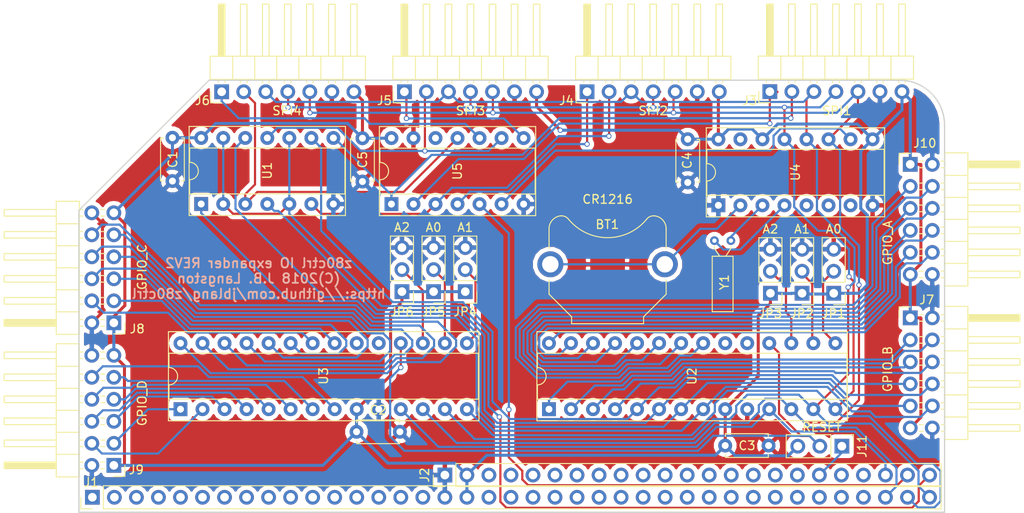
<source format=kicad_pcb>
(kicad_pcb (version 20171130) (host pcbnew "(5.0.1)-3")
  (layers (0 F.cu signal) (31 B.cu signal) (34 B.Paste user) (35 F.Paste user) (36 B.SilkS user) (37 F.SilkS user) (38 B.Mask user) (39 F.Mask user) (44 Edge.Cuts user))
  (net 0 "")
  (net 1 GND)
  (net 2 VCC)
  (net 3 "Net-(JP1-Pad2)")
  (net 4 "Net-(JP2-Pad2)")
  (net 5 "Net-(JP3-Pad2)")
  (net 6 "Net-(JP4-Pad2)")
  (net 7 "Net-(JP5-Pad2)")
  (net 8 "Net-(JP6-Pad2)")
  (net 9 /SCK)
  (net 10 /MISO)
  (net 11 /MOSI)
  (net 12 /~IOXCS~)
  (net 13 /~AUXCS2~)
  (net 14 /~EXTCS1~)
  (net 15 /GPB0)
  (net 16 /GPB1)
  (net 17 /GPB2)
  (net 18 /GPB3)
  (net 19 /GPB4)
  (net 20 /GPB5)
  (net 21 /GPB6)
  (net 22 /GPB7)
  (net 23 /GPC0)
  (net 24 /GPC1)
  (net 25 /GPC2)
  (net 26 /GPC3)
  (net 27 /GPC4)
  (net 28 /GPC5)
  (net 29 /GPC6)
  (net 30 /GPC7)
  (net 31 /GPD7)
  (net 32 /GPD6)
  (net 33 /GPD5)
  (net 34 /GPD4)
  (net 35 /GPD3)
  (net 36 /GPD2)
  (net 37 /GPD1)
  (net 38 /GPD0)
  (net 39 /GPA7)
  (net 40 /GPA6)
  (net 41 /GPA5)
  (net 42 /GPA4)
  (net 43 /GPA3)
  (net 44 /GPA2)
  (net 45 /GPA1)
  (net 46 /GPA0)
  (net 47 /~AUXCS1~)
  (net 48 /~EXTCS2~)
  (net 49 /~EXTCS3~)
  (net 50 /~EXTCS4~)
  (net 51 "Net-(BT1-Pad1)")
  (net 52 "Net-(U4-Pad3)")
  (net 53 "Net-(U4-Pad4)")
  (net 54 "Net-(J11-Pad1)")
  (net 55 /~AVRRST~)
  (net 56 /EXTCS1)
  (net 57 /EXTCS2)
  (net 58 /EXTCS3)
  (net 59 /EXTCS4)
  (net 60 /AUXCS1)
  (module Package_DIP:DIP-16_W7.62mm_Socket (layer F.cu) (at 227.8761 117.9449 90)
    (fp_text reference U4 (at 3.81 8.89 90) (layer F.SilkS))
    (fp_text value DS1306+)
    (pad 1 thru_hole rect (at 0 0 90) (size 1.6 1.6) (drill 0.8) (layers *.Cu *.Mask) (net 1 GND))
    (pad 9 thru_hole oval (at 7.62 17.78 90) (size 1.6 1.6) (drill 0.8) (layers *.Cu *.Mask) (net 2 VCC))
    (pad 2 thru_hole oval (at 0 2.54 90) (size 1.6 1.6) (drill 0.8) (layers *.Cu *.Mask) (net 51 "Net-(BT1-Pad1)"))
    (pad 10 thru_hole oval (at 7.62 15.24 90) (size 1.6 1.6) (drill 0.8) (layers *.Cu *.Mask) (net 60 /AUXCS1))
    (pad 3 thru_hole oval (at 0 5.08 90) (size 1.6 1.6) (drill 0.8) (layers *.Cu *.Mask) (net 52 "Net-(U4-Pad3)"))
    (pad 11 thru_hole oval (at 7.62 12.7 90) (size 1.6 1.6) (drill 0.8) (layers *.Cu *.Mask) (net 9 /SCK))
    (pad 4 thru_hole oval (at 0 7.62 90) (size 1.6 1.6) (drill 0.8) (layers *.Cu *.Mask) (net 53 "Net-(U4-Pad4)"))
    (pad 12 thru_hole oval (at 7.62 10.16 90) (size 1.6 1.6) (drill 0.8) (layers *.Cu *.Mask) (net 11 /MOSI))
    (pad 5 thru_hole oval (at 0 10.16 90) (size 1.6 1.6) (drill 0.8) (layers *.Cu *.Mask))
    (pad 13 thru_hole oval (at 7.62 7.62 90) (size 1.6 1.6) (drill 0.8) (layers *.Cu *.Mask) (net 10 /MISO))
    (pad 6 thru_hole oval (at 0 12.7 90) (size 1.6 1.6) (drill 0.8) (layers *.Cu *.Mask))
    (pad 14 thru_hole oval (at 7.62 5.08 90) (size 1.6 1.6) (drill 0.8) (layers *.Cu *.Mask) (net 2 VCC))
    (pad 7 thru_hole oval (at 0 15.24 90) (size 1.6 1.6) (drill 0.8) (layers *.Cu *.Mask))
    (pad 15 thru_hole oval (at 7.62 2.54 90) (size 1.6 1.6) (drill 0.8) (layers *.Cu *.Mask))
    (pad 8 thru_hole oval (at 0 17.78 90) (size 1.6 1.6) (drill 0.8) (layers *.Cu *.Mask) (net 1 GND))
    (pad 16 thru_hole oval (at 7.62 0 90) (size 1.6 1.6) (drill 0.8) (layers *.Cu *.Mask) (net 2 VCC))
  )
  (module Package_DIP:DIP-14_W7.62mm_Socket (layer F.cu) (at 190.1825 117.8052 90)
    (fp_text reference U5 (at 3.7846 7.6073 90) (layer F.SilkS))
    (fp_text value 74HCT04)
    (pad 1 thru_hole rect (at 0 0 90) (size 1.6 1.6) (drill 0.8) (layers *.Cu *.Mask) (net 14 /~EXTCS1~))
    (pad 8 thru_hole oval (at 7.62 15.24 90) (size 1.6 1.6) (drill 0.8) (layers *.Cu *.Mask) (net 58 /EXTCS3))
    (pad 2 thru_hole oval (at 0 2.54 90) (size 1.6 1.6) (drill 0.8) (layers *.Cu *.Mask) (net 56 /EXTCS1))
    (pad 9 thru_hole oval (at 7.62 12.7 90) (size 1.6 1.6) (drill 0.8) (layers *.Cu *.Mask) (net 49 /~EXTCS3~))
    (pad 3 thru_hole oval (at 0 5.08 90) (size 1.6 1.6) (drill 0.8) (layers *.Cu *.Mask) (net 48 /~EXTCS2~))
    (pad 10 thru_hole oval (at 7.62 10.16 90) (size 1.6 1.6) (drill 0.8) (layers *.Cu *.Mask) (net 59 /EXTCS4))
    (pad 4 thru_hole oval (at 0 7.62 90) (size 1.6 1.6) (drill 0.8) (layers *.Cu *.Mask) (net 57 /EXTCS2))
    (pad 11 thru_hole oval (at 7.62 7.62 90) (size 1.6 1.6) (drill 0.8) (layers *.Cu *.Mask) (net 50 /~EXTCS4~))
    (pad 5 thru_hole oval (at 0 10.16 90) (size 1.6 1.6) (drill 0.8) (layers *.Cu *.Mask) (net 47 /~AUXCS1~))
    (pad 12 thru_hole oval (at 7.62 5.08 90) (size 1.6 1.6) (drill 0.8) (layers *.Cu *.Mask))
    (pad 6 thru_hole oval (at 0 12.7 90) (size 1.6 1.6) (drill 0.8) (layers *.Cu *.Mask) (net 60 /AUXCS1))
    (pad 13 thru_hole oval (at 7.62 2.54 90) (size 1.6 1.6) (drill 0.8) (layers *.Cu *.Mask) (net 1 GND))
    (pad 7 thru_hole oval (at 0 15.24 90) (size 1.6 1.6) (drill 0.8) (layers *.Cu *.Mask) (net 1 GND))
    (pad 14 thru_hole oval (at 7.62 0 90) (size 1.6 1.6) (drill 0.8) (layers *.Cu *.Mask) (net 2 VCC))
  )
  (module Package_DIP:DIP-14_W7.62mm_Socket (layer F.cu) (at 168.2496 117.7925 90)
    (fp_text reference U1 (at 3.8481 7.62 90) (layer F.SilkS))
    (fp_text value 74HCT32)
    (pad 1 thru_hole rect (at 0 0 90) (size 1.6 1.6) (drill 0.8) (layers *.Cu *.Mask) (net 22 /GPB7))
    (pad 8 thru_hole oval (at 7.62 15.24 90) (size 1.6 1.6) (drill 0.8) (layers *.Cu *.Mask) (net 14 /~EXTCS1~))
    (pad 2 thru_hole oval (at 0 2.54 90) (size 1.6 1.6) (drill 0.8) (layers *.Cu *.Mask) (net 13 /~AUXCS2~))
    (pad 9 thru_hole oval (at 7.62 12.7 90) (size 1.6 1.6) (drill 0.8) (layers *.Cu *.Mask) (net 19 /GPB4))
    (pad 3 thru_hole oval (at 0 5.08 90) (size 1.6 1.6) (drill 0.8) (layers *.Cu *.Mask) (net 50 /~EXTCS4~))
    (pad 10 thru_hole oval (at 7.62 10.16 90) (size 1.6 1.6) (drill 0.8) (layers *.Cu *.Mask) (net 13 /~AUXCS2~))
    (pad 4 thru_hole oval (at 0 7.62 90) (size 1.6 1.6) (drill 0.8) (layers *.Cu *.Mask) (net 20 /GPB5))
    (pad 11 thru_hole oval (at 7.62 7.62 90) (size 1.6 1.6) (drill 0.8) (layers *.Cu *.Mask) (net 49 /~EXTCS3~))
    (pad 5 thru_hole oval (at 0 10.16 90) (size 1.6 1.6) (drill 0.8) (layers *.Cu *.Mask) (net 13 /~AUXCS2~))
    (pad 12 thru_hole oval (at 7.62 5.08 90) (size 1.6 1.6) (drill 0.8) (layers *.Cu *.Mask) (net 21 /GPB6))
    (pad 6 thru_hole oval (at 0 12.7 90) (size 1.6 1.6) (drill 0.8) (layers *.Cu *.Mask) (net 48 /~EXTCS2~))
    (pad 13 thru_hole oval (at 7.62 2.54 90) (size 1.6 1.6) (drill 0.8) (layers *.Cu *.Mask) (net 13 /~AUXCS2~))
    (pad 7 thru_hole oval (at 0 15.24 90) (size 1.6 1.6) (drill 0.8) (layers *.Cu *.Mask) (net 1 GND))
    (pad 14 thru_hole oval (at 7.62 0 90) (size 1.6 1.6) (drill 0.8) (layers *.Cu *.Mask) (net 2 VCC))
  )
  (module Connector_PinHeader_2.54mm:PinHeader_1x03_P2.54mm_Vertical (layer F.cu) (at 241.175498 128.095999 180)
    (fp_text reference JP1 (at 0 -2.33 180) (layer F.SilkS))
    (fp_text value A0 (at 0 7.41 180) (layer F.SilkS))
    (pad 1 thru_hole rect (at 0 0 180) (size 1.7 1.7) (drill 1) (layers *.Cu *.Mask) (net 2 VCC))
    (pad 2 thru_hole oval (at 0 2.54 180) (size 1.7 1.7) (drill 1) (layers *.Cu *.Mask) (net 3 "Net-(JP1-Pad2)"))
    (pad 3 thru_hole oval (at 0 5.08 180) (size 1.7 1.7) (drill 1) (layers *.Cu *.Mask) (net 1 GND))
  )
  (module Connector_PinHeader_2.54mm:PinHeader_1x03_P2.54mm_Vertical (layer F.cu) (at 237.525498 128.095999 180)
    (fp_text reference JP2 (at 0 -2.33 180) (layer F.SilkS))
    (fp_text value A1 (at 0 7.41 180) (layer F.SilkS))
    (pad 3 thru_hole oval (at 0 5.08 180) (size 1.7 1.7) (drill 1) (layers *.Cu *.Mask) (net 1 GND))
    (pad 2 thru_hole oval (at 0 2.54 180) (size 1.7 1.7) (drill 1) (layers *.Cu *.Mask) (net 4 "Net-(JP2-Pad2)"))
    (pad 1 thru_hole rect (at 0 0 180) (size 1.7 1.7) (drill 1) (layers *.Cu *.Mask) (net 2 VCC))
  )
  (module Connector_PinHeader_2.54mm:PinHeader_1x03_P2.54mm_Vertical (layer F.cu) (at 233.875498 128.095999 180)
    (fp_text reference JP3 (at 0 -2.33 180) (layer F.SilkS))
    (fp_text value A2 (at 0 7.41 180) (layer F.SilkS))
    (pad 3 thru_hole oval (at 0 5.08 180) (size 1.7 1.7) (drill 1) (layers *.Cu *.Mask) (net 1 GND))
    (pad 2 thru_hole oval (at 0 2.54 180) (size 1.7 1.7) (drill 1) (layers *.Cu *.Mask) (net 5 "Net-(JP3-Pad2)"))
    (pad 1 thru_hole rect (at 0 0 180) (size 1.7 1.7) (drill 1) (layers *.Cu *.Mask) (net 2 VCC))
  )
  (module Connector_PinHeader_2.54mm:PinHeader_1x03_P2.54mm_Vertical (layer F.cu) (at 198.693998 127.904999 180)
    (fp_text reference JP4 (at 0 -2.33 180) (layer F.SilkS))
    (fp_text value A1 (at 0 7.41 180) (layer F.SilkS))
    (pad 1 thru_hole rect (at 0 0 180) (size 1.7 1.7) (drill 1) (layers *.Cu *.Mask) (net 2 VCC))
    (pad 2 thru_hole oval (at 0 2.54 180) (size 1.7 1.7) (drill 1) (layers *.Cu *.Mask) (net 6 "Net-(JP4-Pad2)"))
    (pad 3 thru_hole oval (at 0 5.08 180) (size 1.7 1.7) (drill 1) (layers *.Cu *.Mask) (net 1 GND))
  )
  (module Connector_PinHeader_2.54mm:PinHeader_1x03_P2.54mm_Vertical (layer F.cu) (at 195.043998 127.904999 180)
    (fp_text reference JP5 (at 0 -2.33 180) (layer F.SilkS))
    (fp_text value A0 (at 0 7.41 180) (layer F.SilkS))
    (pad 1 thru_hole rect (at 0 0 180) (size 1.7 1.7) (drill 1) (layers *.Cu *.Mask) (net 2 VCC))
    (pad 2 thru_hole oval (at 0 2.54 180) (size 1.7 1.7) (drill 1) (layers *.Cu *.Mask) (net 7 "Net-(JP5-Pad2)"))
    (pad 3 thru_hole oval (at 0 5.08 180) (size 1.7 1.7) (drill 1) (layers *.Cu *.Mask) (net 1 GND))
  )
  (module Connector_PinHeader_2.54mm:PinHeader_1x03_P2.54mm_Vertical (layer F.cu) (at 191.393998 127.904999 180)
    (fp_text reference JP6 (at 0 -2.33 180) (layer F.SilkS))
    (fp_text value A2 (at 0 7.41 180) (layer F.SilkS))
    (pad 3 thru_hole oval (at 0 5.08 180) (size 1.7 1.7) (drill 1) (layers *.Cu *.Mask) (net 1 GND))
    (pad 2 thru_hole oval (at 0 2.54 180) (size 1.7 1.7) (drill 1) (layers *.Cu *.Mask) (net 8 "Net-(JP6-Pad2)"))
    (pad 1 thru_hole rect (at 0 0 180) (size 1.7 1.7) (drill 1) (layers *.Cu *.Mask) (net 2 VCC))
  )
  (module Connector_PinHeader_2.54mm:PinHeader_2x06_P2.54mm_Horizontal (layer F.cu) (at 249.9995 130.937)
    (fp_text reference J7 (at 1.905 -2.0828) (layer F.SilkS))
    (fp_text value GPIO_B (at -2.6035 5.9055 90) (layer F.SilkS))
    (pad 1 thru_hole rect (at 0 0) (size 1.7 1.7) (drill 1) (layers *.Cu *.Mask) (net 2 VCC))
    (pad 2 thru_hole oval (at 2.54 0) (size 1.7 1.7) (drill 1) (layers *.Cu *.Mask) (net 1 GND))
    (pad 3 thru_hole oval (at 0 2.54) (size 1.7 1.7) (drill 1) (layers *.Cu *.Mask) (net 15 /GPB0))
    (pad 4 thru_hole oval (at 2.54 2.54) (size 1.7 1.7) (drill 1) (layers *.Cu *.Mask) (net 16 /GPB1))
    (pad 5 thru_hole oval (at 0 5.08) (size 1.7 1.7) (drill 1) (layers *.Cu *.Mask) (net 17 /GPB2))
    (pad 6 thru_hole oval (at 2.54 5.08) (size 1.7 1.7) (drill 1) (layers *.Cu *.Mask) (net 18 /GPB3))
    (pad 7 thru_hole oval (at 0 7.62) (size 1.7 1.7) (drill 1) (layers *.Cu *.Mask) (net 19 /GPB4))
    (pad 8 thru_hole oval (at 2.54 7.62) (size 1.7 1.7) (drill 1) (layers *.Cu *.Mask) (net 20 /GPB5))
    (pad 9 thru_hole oval (at 0 10.16) (size 1.7 1.7) (drill 1) (layers *.Cu *.Mask) (net 21 /GPB6))
    (pad 10 thru_hole oval (at 2.54 10.16) (size 1.7 1.7) (drill 1) (layers *.Cu *.Mask) (net 22 /GPB7))
    (pad 11 thru_hole oval (at 0 12.7) (size 1.7 1.7) (drill 1) (layers *.Cu *.Mask) (net 2 VCC))
    (pad 12 thru_hole oval (at 2.54 12.7) (size 1.7 1.7) (drill 1) (layers *.Cu *.Mask) (net 1 GND))
  )
  (module Connector_PinHeader_2.54mm:PinHeader_2x06_P2.54mm_Horizontal (layer F.cu) (at 158.1785 131.5085 180)
    (fp_text reference J8 (at -2.6924 -0.6985 180) (layer F.SilkS))
    (fp_text value GPIO_C (at -3.2639 6.4389 270) (layer F.SilkS))
    (pad 1 thru_hole rect (at 0 0 180) (size 1.7 1.7) (drill 1) (layers *.Cu *.Mask) (net 2 VCC))
    (pad 2 thru_hole oval (at 2.54 0 180) (size 1.7 1.7) (drill 1) (layers *.Cu *.Mask) (net 1 GND))
    (pad 3 thru_hole oval (at 0 2.54 180) (size 1.7 1.7) (drill 1) (layers *.Cu *.Mask) (net 23 /GPC0))
    (pad 4 thru_hole oval (at 2.54 2.54 180) (size 1.7 1.7) (drill 1) (layers *.Cu *.Mask) (net 24 /GPC1))
    (pad 5 thru_hole oval (at 0 5.08 180) (size 1.7 1.7) (drill 1) (layers *.Cu *.Mask) (net 25 /GPC2))
    (pad 6 thru_hole oval (at 2.54 5.08 180) (size 1.7 1.7) (drill 1) (layers *.Cu *.Mask) (net 26 /GPC3))
    (pad 7 thru_hole oval (at 0 7.62 180) (size 1.7 1.7) (drill 1) (layers *.Cu *.Mask) (net 27 /GPC4))
    (pad 8 thru_hole oval (at 2.54 7.62 180) (size 1.7 1.7) (drill 1) (layers *.Cu *.Mask) (net 28 /GPC5))
    (pad 9 thru_hole oval (at 0 10.16 180) (size 1.7 1.7) (drill 1) (layers *.Cu *.Mask) (net 29 /GPC6))
    (pad 10 thru_hole oval (at 2.54 10.16 180) (size 1.7 1.7) (drill 1) (layers *.Cu *.Mask) (net 30 /GPC7))
    (pad 11 thru_hole oval (at 0 12.7 180) (size 1.7 1.7) (drill 1) (layers *.Cu *.Mask) (net 2 VCC))
    (pad 12 thru_hole oval (at 2.54 12.7 180) (size 1.7 1.7) (drill 1) (layers *.Cu *.Mask) (net 1 GND))
  )
  (module Connector_PinHeader_2.54mm:PinHeader_2x06_P2.54mm_Horizontal (layer F.cu) (at 158.1785 147.955 180)
    (fp_text reference J9 (at -2.5908 -0.5207 180) (layer F.SilkS))
    (fp_text value GPIO_D (at -3.2639 7.1755 270) (layer F.SilkS))
    (pad 12 thru_hole oval (at 2.54 12.7 180) (size 1.7 1.7) (drill 1) (layers *.Cu *.Mask) (net 1 GND))
    (pad 11 thru_hole oval (at 0 12.7 180) (size 1.7 1.7) (drill 1) (layers *.Cu *.Mask) (net 2 VCC))
    (pad 10 thru_hole oval (at 2.54 10.16 180) (size 1.7 1.7) (drill 1) (layers *.Cu *.Mask) (net 31 /GPD7))
    (pad 9 thru_hole oval (at 0 10.16 180) (size 1.7 1.7) (drill 1) (layers *.Cu *.Mask) (net 32 /GPD6))
    (pad 8 thru_hole oval (at 2.54 7.62 180) (size 1.7 1.7) (drill 1) (layers *.Cu *.Mask) (net 33 /GPD5))
    (pad 7 thru_hole oval (at 0 7.62 180) (size 1.7 1.7) (drill 1) (layers *.Cu *.Mask) (net 34 /GPD4))
    (pad 6 thru_hole oval (at 2.54 5.08 180) (size 1.7 1.7) (drill 1) (layers *.Cu *.Mask) (net 35 /GPD3))
    (pad 5 thru_hole oval (at 0 5.08 180) (size 1.7 1.7) (drill 1) (layers *.Cu *.Mask) (net 36 /GPD2))
    (pad 4 thru_hole oval (at 2.54 2.54 180) (size 1.7 1.7) (drill 1) (layers *.Cu *.Mask) (net 37 /GPD1))
    (pad 3 thru_hole oval (at 0 2.54 180) (size 1.7 1.7) (drill 1) (layers *.Cu *.Mask) (net 38 /GPD0))
    (pad 2 thru_hole oval (at 2.54 0 180) (size 1.7 1.7) (drill 1) (layers *.Cu *.Mask) (net 1 GND))
    (pad 1 thru_hole rect (at 0 0 180) (size 1.7 1.7) (drill 1) (layers *.Cu *.Mask) (net 2 VCC))
  )
  (module Connector_PinHeader_2.54mm:PinHeader_2x06_P2.54mm_Horizontal (layer F.cu) (at 249.9995 113.2205)
    (fp_text reference J10 (at 1.6764 -2.4384) (layer F.SilkS))
    (fp_text value GPIO_A (at -2.6035 9.0551 90) (layer F.SilkS))
    (pad 12 thru_hole oval (at 2.54 12.7) (size 1.7 1.7) (drill 1) (layers *.Cu *.Mask) (net 1 GND))
    (pad 11 thru_hole oval (at 0 12.7) (size 1.7 1.7) (drill 1) (layers *.Cu *.Mask) (net 2 VCC))
    (pad 10 thru_hole oval (at 2.54 10.16) (size 1.7 1.7) (drill 1) (layers *.Cu *.Mask) (net 39 /GPA7))
    (pad 9 thru_hole oval (at 0 10.16) (size 1.7 1.7) (drill 1) (layers *.Cu *.Mask) (net 40 /GPA6))
    (pad 8 thru_hole oval (at 2.54 7.62) (size 1.7 1.7) (drill 1) (layers *.Cu *.Mask) (net 41 /GPA5))
    (pad 7 thru_hole oval (at 0 7.62) (size 1.7 1.7) (drill 1) (layers *.Cu *.Mask) (net 42 /GPA4))
    (pad 6 thru_hole oval (at 2.54 5.08) (size 1.7 1.7) (drill 1) (layers *.Cu *.Mask) (net 43 /GPA3))
    (pad 5 thru_hole oval (at 0 5.08) (size 1.7 1.7) (drill 1) (layers *.Cu *.Mask) (net 44 /GPA2))
    (pad 4 thru_hole oval (at 2.54 2.54) (size 1.7 1.7) (drill 1) (layers *.Cu *.Mask) (net 45 /GPA1))
    (pad 3 thru_hole oval (at 0 2.54) (size 1.7 1.7) (drill 1) (layers *.Cu *.Mask) (net 46 /GPA0))
    (pad 2 thru_hole oval (at 2.54 0) (size 1.7 1.7) (drill 1) (layers *.Cu *.Mask) (net 1 GND))
    (pad 1 thru_hole rect (at 0 0) (size 1.7 1.7) (drill 1) (layers *.Cu *.Mask) (net 2 VCC))
  )
  (module Capacitor_THT:C_Disc_D4.7mm_W2.5mm_P5.00mm (layer F.cu) (at 164.9349 110.1471 270)
    (fp_text reference C1 (at 2.5127 -0.0381 270) (layer F.SilkS))
    (fp_text value .1uf)
    (pad 1 thru_hole circle (at 0 0 270) (size 1.6 1.6) (drill 0.8) (layers *.Cu *.Mask) (net 2 VCC))
    (pad 2 thru_hole circle (at 5 0 270) (size 1.6 1.6) (drill 0.8) (layers *.Cu *.Mask) (net 1 GND))
  )
  (module Capacitor_THT:C_Disc_D4.7mm_W2.5mm_P5.00mm (layer F.cu) (at 186.1585 144.0815)
    (fp_text reference C2 (at 2.5 -2.5) (layer F.SilkS))
    (fp_text value .1uf)
    (pad 1 thru_hole circle (at 0 0) (size 1.6 1.6) (drill 0.8) (layers *.Cu *.Mask) (net 2 VCC))
    (pad 2 thru_hole circle (at 5 0) (size 1.6 1.6) (drill 0.8) (layers *.Cu *.Mask) (net 1 GND))
  )
  (module Capacitor_THT:C_Disc_D4.7mm_W2.5mm_P5.00mm (layer F.cu) (at 228.6635 145.669)
    (fp_text reference C3 (at 2.5146 0.0127) (layer F.SilkS))
    (fp_text value .1uf)
    (pad 2 thru_hole circle (at 5 0) (size 1.6 1.6) (drill 0.8) (layers *.Cu *.Mask) (net 1 GND))
    (pad 1 thru_hole circle (at 0 0) (size 1.6 1.6) (drill 0.8) (layers *.Cu *.Mask) (net 2 VCC))
  )
  (module Connector_PinHeader_2.54mm:PinHeader_1x39_P2.54mm_Vertical (layer F.cu) (at 155.702 151.638 90)
    (fp_text reference J1 (at 1.7145 -0.1397 180) (layer F.SilkS))
    (fp_text value BUS)
    (pad 1 thru_hole rect (at 0 0 90) (size 1.7 1.7) (drill 1) (layers *.Cu *.Mask))
    (pad 2 thru_hole oval (at 0 2.54 90) (size 1.7 1.7) (drill 1) (layers *.Cu *.Mask))
    (pad 3 thru_hole oval (at 0 5.08 90) (size 1.7 1.7) (drill 1) (layers *.Cu *.Mask))
    (pad 4 thru_hole oval (at 0 7.62 90) (size 1.7 1.7) (drill 1) (layers *.Cu *.Mask))
    (pad 5 thru_hole oval (at 0 10.16 90) (size 1.7 1.7) (drill 1) (layers *.Cu *.Mask))
    (pad 6 thru_hole oval (at 0 12.7 90) (size 1.7 1.7) (drill 1) (layers *.Cu *.Mask))
    (pad 7 thru_hole oval (at 0 15.24 90) (size 1.7 1.7) (drill 1) (layers *.Cu *.Mask))
    (pad 8 thru_hole oval (at 0 17.78 90) (size 1.7 1.7) (drill 1) (layers *.Cu *.Mask))
    (pad 9 thru_hole oval (at 0 20.32 90) (size 1.7 1.7) (drill 1) (layers *.Cu *.Mask))
    (pad 10 thru_hole oval (at 0 22.86 90) (size 1.7 1.7) (drill 1) (layers *.Cu *.Mask))
    (pad 11 thru_hole oval (at 0 25.4 90) (size 1.7 1.7) (drill 1) (layers *.Cu *.Mask))
    (pad 12 thru_hole oval (at 0 27.94 90) (size 1.7 1.7) (drill 1) (layers *.Cu *.Mask))
    (pad 13 thru_hole oval (at 0 30.48 90) (size 1.7 1.7) (drill 1) (layers *.Cu *.Mask))
    (pad 14 thru_hole oval (at 0 33.02 90) (size 1.7 1.7) (drill 1) (layers *.Cu *.Mask))
    (pad 15 thru_hole oval (at 0 35.56 90) (size 1.7 1.7) (drill 1) (layers *.Cu *.Mask))
    (pad 16 thru_hole oval (at 0 38.1 90) (size 1.7 1.7) (drill 1) (layers *.Cu *.Mask))
    (pad 17 thru_hole oval (at 0 40.64 90) (size 1.7 1.7) (drill 1) (layers *.Cu *.Mask) (net 1 GND))
    (pad 18 thru_hole oval (at 0 43.18 90) (size 1.7 1.7) (drill 1) (layers *.Cu *.Mask) (net 2 VCC))
    (pad 19 thru_hole oval (at 0 45.72 90) (size 1.7 1.7) (drill 1) (layers *.Cu *.Mask))
    (pad 20 thru_hole oval (at 0 48.26 90) (size 1.7 1.7) (drill 1) (layers *.Cu *.Mask))
    (pad 21 thru_hole oval (at 0 50.8 90) (size 1.7 1.7) (drill 1) (layers *.Cu *.Mask))
    (pad 22 thru_hole oval (at 0 53.34 90) (size 1.7 1.7) (drill 1) (layers *.Cu *.Mask))
    (pad 23 thru_hole oval (at 0 55.88 90) (size 1.7 1.7) (drill 1) (layers *.Cu *.Mask))
    (pad 24 thru_hole oval (at 0 58.42 90) (size 1.7 1.7) (drill 1) (layers *.Cu *.Mask))
    (pad 25 thru_hole oval (at 0 60.96 90) (size 1.7 1.7) (drill 1) (layers *.Cu *.Mask))
    (pad 26 thru_hole oval (at 0 63.5 90) (size 1.7 1.7) (drill 1) (layers *.Cu *.Mask))
    (pad 27 thru_hole oval (at 0 66.04 90) (size 1.7 1.7) (drill 1) (layers *.Cu *.Mask))
    (pad 28 thru_hole oval (at 0 68.58 90) (size 1.7 1.7) (drill 1) (layers *.Cu *.Mask))
    (pad 29 thru_hole oval (at 0 71.12 90) (size 1.7 1.7) (drill 1) (layers *.Cu *.Mask))
    (pad 30 thru_hole oval (at 0 73.66 90) (size 1.7 1.7) (drill 1) (layers *.Cu *.Mask))
    (pad 31 thru_hole oval (at 0 76.2 90) (size 1.7 1.7) (drill 1) (layers *.Cu *.Mask))
    (pad 32 thru_hole oval (at 0 78.74 90) (size 1.7 1.7) (drill 1) (layers *.Cu *.Mask))
    (pad 33 thru_hole oval (at 0 81.28 90) (size 1.7 1.7) (drill 1) (layers *.Cu *.Mask))
    (pad 34 thru_hole oval (at 0 83.82 90) (size 1.7 1.7) (drill 1) (layers *.Cu *.Mask))
    (pad 35 thru_hole oval (at 0 86.36 90) (size 1.7 1.7) (drill 1) (layers *.Cu *.Mask))
    (pad 36 thru_hole oval (at 0 88.9 90) (size 1.7 1.7) (drill 1) (layers *.Cu *.Mask))
    (pad 37 thru_hole oval (at 0 91.44 90) (size 1.7 1.7) (drill 1) (layers *.Cu *.Mask) (net 9 /SCK))
    (pad 38 thru_hole oval (at 0 93.98 90) (size 1.7 1.7) (drill 1) (layers *.Cu *.Mask) (net 10 /MISO))
    (pad 39 thru_hole oval (at 0 96.52 90) (size 1.7 1.7) (drill 1) (layers *.Cu *.Mask) (net 11 /MOSI))
  )
  (module Connector_PinHeader_2.54mm:PinHeader_1x23_P2.54mm_Vertical (layer F.cu) (at 196.342 149.073 90)
    (fp_text reference J2 (at 0 -2.33 90) (layer F.SilkS))
    (fp_text value BUSEXT)
    (pad 1 thru_hole rect (at 0 0 90) (size 1.7 1.7) (drill 1) (layers *.Cu *.Mask) (net 1 GND))
    (pad 2 thru_hole oval (at 0 2.54 90) (size 1.7 1.7) (drill 1) (layers *.Cu *.Mask) (net 2 VCC))
    (pad 3 thru_hole oval (at 0 5.08 90) (size 1.7 1.7) (drill 1) (layers *.Cu *.Mask))
    (pad 4 thru_hole oval (at 0 7.62 90) (size 1.7 1.7) (drill 1) (layers *.Cu *.Mask))
    (pad 5 thru_hole oval (at 0 10.16 90) (size 1.7 1.7) (drill 1) (layers *.Cu *.Mask))
    (pad 6 thru_hole oval (at 0 12.7 90) (size 1.7 1.7) (drill 1) (layers *.Cu *.Mask))
    (pad 7 thru_hole oval (at 0 15.24 90) (size 1.7 1.7) (drill 1) (layers *.Cu *.Mask))
    (pad 8 thru_hole oval (at 0 17.78 90) (size 1.7 1.7) (drill 1) (layers *.Cu *.Mask))
    (pad 9 thru_hole oval (at 0 20.32 90) (size 1.7 1.7) (drill 1) (layers *.Cu *.Mask))
    (pad 10 thru_hole oval (at 0 22.86 90) (size 1.7 1.7) (drill 1) (layers *.Cu *.Mask))
    (pad 11 thru_hole oval (at 0 25.4 90) (size 1.7 1.7) (drill 1) (layers *.Cu *.Mask))
    (pad 12 thru_hole oval (at 0 27.94 90) (size 1.7 1.7) (drill 1) (layers *.Cu *.Mask))
    (pad 13 thru_hole oval (at 0 30.48 90) (size 1.7 1.7) (drill 1) (layers *.Cu *.Mask))
    (pad 14 thru_hole oval (at 0 33.02 90) (size 1.7 1.7) (drill 1) (layers *.Cu *.Mask))
    (pad 15 thru_hole oval (at 0 35.56 90) (size 1.7 1.7) (drill 1) (layers *.Cu *.Mask))
    (pad 16 thru_hole oval (at 0 38.1 90) (size 1.7 1.7) (drill 1) (layers *.Cu *.Mask))
    (pad 17 thru_hole oval (at 0 40.64 90) (size 1.7 1.7) (drill 1) (layers *.Cu *.Mask))
    (pad 18 thru_hole oval (at 0 43.18 90) (size 1.7 1.7) (drill 1) (layers *.Cu *.Mask) (net 54 "Net-(J11-Pad1)"))
    (pad 19 thru_hole oval (at 0 45.72 90) (size 1.7 1.7) (drill 1) (layers *.Cu *.Mask))
    (pad 20 thru_hole oval (at 0 48.26 90) (size 1.7 1.7) (drill 1) (layers *.Cu *.Mask))
    (pad 21 thru_hole oval (at 0 50.8 90) (size 1.7 1.7) (drill 1) (layers *.Cu *.Mask) (net 12 /~IOXCS~))
    (pad 22 thru_hole oval (at 0 53.34 90) (size 1.7 1.7) (drill 1) (layers *.Cu *.Mask) (net 47 /~AUXCS1~))
    (pad 23 thru_hole oval (at 0 55.88 90) (size 1.7 1.7) (drill 1) (layers *.Cu *.Mask) (net 13 /~AUXCS2~))
  )
  (module Capacitor_THT:C_Disc_D4.7mm_W2.5mm_P5.00mm (layer F.cu) (at 224.3455 110.3122 270)
    (fp_text reference C4 (at 2.46 0.0635 270) (layer F.SilkS))
    (fp_text value .1uf)
    (pad 1 thru_hole circle (at 0 0 270) (size 1.6 1.6) (drill 0.8) (layers *.Cu *.Mask) (net 2 VCC))
    (pad 2 thru_hole circle (at 5 0 270) (size 1.6 1.6) (drill 0.8) (layers *.Cu *.Mask) (net 1 GND))
  )
  (module Crystal:Crystal_DS26_D2.0mm_L6.0mm_Horizontal (layer F.cu) (at 227.4189 122.0216)
    (fp_text reference Y1 (at 1.143 4.8006 90) (layer F.SilkS))
    (fp_text value 32kHz)
    (pad 1 thru_hole circle (at 0 0) (size 1 1) (drill 0.5) (layers *.Cu *.Mask) (net 53 "Net-(U4-Pad4)"))
    (pad 2 thru_hole circle (at 1.9 0) (size 1 1) (drill 0.5) (layers *.Cu *.Mask) (net 52 "Net-(U4-Pad3)"))
  )
  (module Package_DIP:DIP-28_W7.62mm_Socket (layer F.cu) (at 208.3435 141.478 90)
    (fp_text reference U2 (at 3.81 16.4973 90) (layer F.SilkS))
    (fp_text value MCP23S17)
    (pad 1 thru_hole rect (at 0 0 90) (size 1.6 1.6) (drill 0.8) (layers *.Cu *.Mask) (net 15 /GPB0))
    (pad 15 thru_hole oval (at 7.62 33.02 90) (size 1.6 1.6) (drill 0.8) (layers *.Cu *.Mask) (net 3 "Net-(JP1-Pad2)"))
    (pad 2 thru_hole oval (at 0 2.54 90) (size 1.6 1.6) (drill 0.8) (layers *.Cu *.Mask) (net 16 /GPB1))
    (pad 16 thru_hole oval (at 7.62 30.48 90) (size 1.6 1.6) (drill 0.8) (layers *.Cu *.Mask) (net 4 "Net-(JP2-Pad2)"))
    (pad 3 thru_hole oval (at 0 5.08 90) (size 1.6 1.6) (drill 0.8) (layers *.Cu *.Mask) (net 17 /GPB2))
    (pad 17 thru_hole oval (at 7.62 27.94 90) (size 1.6 1.6) (drill 0.8) (layers *.Cu *.Mask) (net 5 "Net-(JP3-Pad2)"))
    (pad 4 thru_hole oval (at 0 7.62 90) (size 1.6 1.6) (drill 0.8) (layers *.Cu *.Mask) (net 18 /GPB3))
    (pad 18 thru_hole oval (at 7.62 25.4 90) (size 1.6 1.6) (drill 0.8) (layers *.Cu *.Mask) (net 55 /~AVRRST~))
    (pad 5 thru_hole oval (at 0 10.16 90) (size 1.6 1.6) (drill 0.8) (layers *.Cu *.Mask) (net 19 /GPB4))
    (pad 19 thru_hole oval (at 7.62 22.86 90) (size 1.6 1.6) (drill 0.8) (layers *.Cu *.Mask))
    (pad 6 thru_hole oval (at 0 12.7 90) (size 1.6 1.6) (drill 0.8) (layers *.Cu *.Mask) (net 20 /GPB5))
    (pad 20 thru_hole oval (at 7.62 20.32 90) (size 1.6 1.6) (drill 0.8) (layers *.Cu *.Mask))
    (pad 7 thru_hole oval (at 0 15.24 90) (size 1.6 1.6) (drill 0.8) (layers *.Cu *.Mask) (net 21 /GPB6))
    (pad 21 thru_hole oval (at 7.62 17.78 90) (size 1.6 1.6) (drill 0.8) (layers *.Cu *.Mask) (net 46 /GPA0))
    (pad 8 thru_hole oval (at 0 17.78 90) (size 1.6 1.6) (drill 0.8) (layers *.Cu *.Mask) (net 22 /GPB7))
    (pad 22 thru_hole oval (at 7.62 15.24 90) (size 1.6 1.6) (drill 0.8) (layers *.Cu *.Mask) (net 45 /GPA1))
    (pad 9 thru_hole oval (at 0 20.32 90) (size 1.6 1.6) (drill 0.8) (layers *.Cu *.Mask) (net 2 VCC))
    (pad 23 thru_hole oval (at 7.62 12.7 90) (size 1.6 1.6) (drill 0.8) (layers *.Cu *.Mask) (net 44 /GPA2))
    (pad 10 thru_hole oval (at 0 22.86 90) (size 1.6 1.6) (drill 0.8) (layers *.Cu *.Mask) (net 1 GND))
    (pad 24 thru_hole oval (at 7.62 10.16 90) (size 1.6 1.6) (drill 0.8) (layers *.Cu *.Mask) (net 43 /GPA3))
    (pad 11 thru_hole oval (at 0 25.4 90) (size 1.6 1.6) (drill 0.8) (layers *.Cu *.Mask) (net 12 /~IOXCS~))
    (pad 25 thru_hole oval (at 7.62 7.62 90) (size 1.6 1.6) (drill 0.8) (layers *.Cu *.Mask) (net 42 /GPA4))
    (pad 12 thru_hole oval (at 0 27.94 90) (size 1.6 1.6) (drill 0.8) (layers *.Cu *.Mask) (net 9 /SCK))
    (pad 26 thru_hole oval (at 7.62 5.08 90) (size 1.6 1.6) (drill 0.8) (layers *.Cu *.Mask) (net 41 /GPA5))
    (pad 13 thru_hole oval (at 0 30.48 90) (size 1.6 1.6) (drill 0.8) (layers *.Cu *.Mask) (net 11 /MOSI))
    (pad 27 thru_hole oval (at 7.62 2.54 90) (size 1.6 1.6) (drill 0.8) (layers *.Cu *.Mask) (net 40 /GPA6))
    (pad 14 thru_hole oval (at 0 33.02 90) (size 1.6 1.6) (drill 0.8) (layers *.Cu *.Mask) (net 10 /MISO))
    (pad 28 thru_hole oval (at 7.62 0 90) (size 1.6 1.6) (drill 0.8) (layers *.Cu *.Mask) (net 39 /GPA7))
  )
  (module Package_DIP:DIP-28_W7.62mm_Socket (layer F.cu) (at 165.862 141.478 90)
    (fp_text reference U3 (at 3.8354 16.4973 90) (layer F.SilkS))
    (fp_text value MCP23S17)
    (pad 28 thru_hole oval (at 7.62 0 90) (size 1.6 1.6) (drill 0.8) (layers *.Cu *.Mask) (net 30 /GPC7))
    (pad 14 thru_hole oval (at 0 33.02 90) (size 1.6 1.6) (drill 0.8) (layers *.Cu *.Mask) (net 10 /MISO))
    (pad 27 thru_hole oval (at 7.62 2.54 90) (size 1.6 1.6) (drill 0.8) (layers *.Cu *.Mask) (net 29 /GPC6))
    (pad 13 thru_hole oval (at 0 30.48 90) (size 1.6 1.6) (drill 0.8) (layers *.Cu *.Mask) (net 11 /MOSI))
    (pad 26 thru_hole oval (at 7.62 5.08 90) (size 1.6 1.6) (drill 0.8) (layers *.Cu *.Mask) (net 28 /GPC5))
    (pad 12 thru_hole oval (at 0 27.94 90) (size 1.6 1.6) (drill 0.8) (layers *.Cu *.Mask) (net 9 /SCK))
    (pad 25 thru_hole oval (at 7.62 7.62 90) (size 1.6 1.6) (drill 0.8) (layers *.Cu *.Mask) (net 27 /GPC4))
    (pad 11 thru_hole oval (at 0 25.4 90) (size 1.6 1.6) (drill 0.8) (layers *.Cu *.Mask) (net 12 /~IOXCS~))
    (pad 24 thru_hole oval (at 7.62 10.16 90) (size 1.6 1.6) (drill 0.8) (layers *.Cu *.Mask) (net 26 /GPC3))
    (pad 10 thru_hole oval (at 0 22.86 90) (size 1.6 1.6) (drill 0.8) (layers *.Cu *.Mask) (net 1 GND))
    (pad 23 thru_hole oval (at 7.62 12.7 90) (size 1.6 1.6) (drill 0.8) (layers *.Cu *.Mask) (net 25 /GPC2))
    (pad 9 thru_hole oval (at 0 20.32 90) (size 1.6 1.6) (drill 0.8) (layers *.Cu *.Mask) (net 2 VCC))
    (pad 22 thru_hole oval (at 7.62 15.24 90) (size 1.6 1.6) (drill 0.8) (layers *.Cu *.Mask) (net 24 /GPC1))
    (pad 8 thru_hole oval (at 0 17.78 90) (size 1.6 1.6) (drill 0.8) (layers *.Cu *.Mask) (net 31 /GPD7))
    (pad 21 thru_hole oval (at 7.62 17.78 90) (size 1.6 1.6) (drill 0.8) (layers *.Cu *.Mask) (net 23 /GPC0))
    (pad 7 thru_hole oval (at 0 15.24 90) (size 1.6 1.6) (drill 0.8) (layers *.Cu *.Mask) (net 32 /GPD6))
    (pad 20 thru_hole oval (at 7.62 20.32 90) (size 1.6 1.6) (drill 0.8) (layers *.Cu *.Mask))
    (pad 6 thru_hole oval (at 0 12.7 90) (size 1.6 1.6) (drill 0.8) (layers *.Cu *.Mask) (net 33 /GPD5))
    (pad 19 thru_hole oval (at 7.62 22.86 90) (size 1.6 1.6) (drill 0.8) (layers *.Cu *.Mask))
    (pad 5 thru_hole oval (at 0 10.16 90) (size 1.6 1.6) (drill 0.8) (layers *.Cu *.Mask) (net 34 /GPD4))
    (pad 18 thru_hole oval (at 7.62 25.4 90) (size 1.6 1.6) (drill 0.8) (layers *.Cu *.Mask) (net 55 /~AVRRST~))
    (pad 4 thru_hole oval (at 0 7.62 90) (size 1.6 1.6) (drill 0.8) (layers *.Cu *.Mask) (net 35 /GPD3))
    (pad 17 thru_hole oval (at 7.62 27.94 90) (size 1.6 1.6) (drill 0.8) (layers *.Cu *.Mask) (net 8 "Net-(JP6-Pad2)"))
    (pad 3 thru_hole oval (at 0 5.08 90) (size 1.6 1.6) (drill 0.8) (layers *.Cu *.Mask) (net 36 /GPD2))
    (pad 16 thru_hole oval (at 7.62 30.48 90) (size 1.6 1.6) (drill 0.8) (layers *.Cu *.Mask) (net 7 "Net-(JP5-Pad2)"))
    (pad 2 thru_hole oval (at 0 2.54 90) (size 1.6 1.6) (drill 0.8) (layers *.Cu *.Mask) (net 37 /GPD1))
    (pad 15 thru_hole oval (at 7.62 33.02 90) (size 1.6 1.6) (drill 0.8) (layers *.Cu *.Mask) (net 6 "Net-(JP4-Pad2)"))
    (pad 1 thru_hole rect (at 0 0 90) (size 1.6 1.6) (drill 0.8) (layers *.Cu *.Mask) (net 38 /GPD0))
  )
  (module Battery:BatteryHolder_Keystone_3001_1x12mm (layer F.cu) (at 215.1039 124.7521 180)
    (fp_text reference BT1 (at 0.0294 4.5974 180) (layer F.SilkS))
    (fp_text value CR1216 (at 0 7.5 180) (layer F.SilkS))
    (pad 1 thru_hole circle (at -6.6 0 180) (size 3 3) (drill 1.9) (layers *.Cu *.Mask) (net 51 "Net-(BT1-Pad1)"))
    (pad 1 thru_hole circle (at 6.6 0 180) (size 3 3) (drill 1.9) (layers *.Cu *.Mask) (net 51 "Net-(BT1-Pad1)"))
    (pad 2 smd rect (at 0 0 180) (size 4 4) (layers F.cu F.Mask) (net 1 GND))
  )
  (module Capacitor_THT:C_Disc_D4.7mm_W2.5mm_P5.00mm (layer F.cu) (at 186.8424 110.2017 270)
    (fp_text reference C5 (at 2.4854 -0.0127 270) (layer F.SilkS))
    (fp_text value .1uf)
    (pad 1 thru_hole circle (at 0 0 270) (size 1.6 1.6) (drill 0.8) (layers *.Cu *.Mask) (net 2 VCC))
    (pad 2 thru_hole circle (at 5 0 270) (size 1.6 1.6) (drill 0.8) (layers *.Cu *.Mask) (net 1 GND))
  )
  (module Connector_PinHeader_2.54mm:PinHeader_1x07_P2.54mm_Horizontal (layer F.cu) (at 233.807 104.8258 90)
    (fp_text reference J3 (at -1.0287 -2.3114 180) (layer F.SilkS))
    (fp_text value SPI1 (at -2.2098 7.7216 180) (layer F.SilkS))
    (pad 1 thru_hole rect (at 0 0 90) (size 1.7 1.7) (drill 1) (layers *.Cu *.Mask) (net 56 /EXTCS1))
    (pad 2 thru_hole oval (at 0 2.54 90) (size 1.7 1.7) (drill 1) (layers *.Cu *.Mask) (net 14 /~EXTCS1~))
    (pad 3 thru_hole oval (at 0 5.08 90) (size 1.7 1.7) (drill 1) (layers *.Cu *.Mask) (net 11 /MOSI))
    (pad 4 thru_hole oval (at 0 7.62 90) (size 1.7 1.7) (drill 1) (layers *.Cu *.Mask) (net 10 /MISO))
    (pad 5 thru_hole oval (at 0 10.16 90) (size 1.7 1.7) (drill 1) (layers *.Cu *.Mask) (net 9 /SCK))
    (pad 6 thru_hole oval (at 0 12.7 90) (size 1.7 1.7) (drill 1) (layers *.Cu *.Mask) (net 1 GND))
    (pad 7 thru_hole oval (at 0 15.24 90) (size 1.7 1.7) (drill 1) (layers *.Cu *.Mask) (net 2 VCC))
  )
  (module Connector_PinHeader_2.54mm:PinHeader_1x07_P2.54mm_Horizontal (layer F.cu) (at 212.741932 104.8385 90)
    (fp_text reference J4 (at -1.016 -2.379132 180) (layer F.SilkS))
    (fp_text value SPI2 (at -2.1971 7.615768 180) (layer F.SilkS))
    (pad 7 thru_hole oval (at 0 15.24 90) (size 1.7 1.7) (drill 1) (layers *.Cu *.Mask) (net 2 VCC))
    (pad 6 thru_hole oval (at 0 12.7 90) (size 1.7 1.7) (drill 1) (layers *.Cu *.Mask) (net 1 GND))
    (pad 5 thru_hole oval (at 0 10.16 90) (size 1.7 1.7) (drill 1) (layers *.Cu *.Mask) (net 9 /SCK))
    (pad 4 thru_hole oval (at 0 7.62 90) (size 1.7 1.7) (drill 1) (layers *.Cu *.Mask) (net 10 /MISO))
    (pad 3 thru_hole oval (at 0 5.08 90) (size 1.7 1.7) (drill 1) (layers *.Cu *.Mask) (net 11 /MOSI))
    (pad 2 thru_hole oval (at 0 2.54 90) (size 1.7 1.7) (drill 1) (layers *.Cu *.Mask) (net 48 /~EXTCS2~))
    (pad 1 thru_hole rect (at 0 0 90) (size 1.7 1.7) (drill 1) (layers *.Cu *.Mask) (net 57 /EXTCS2))
  )
  (module Connector_PinHeader_2.54mm:PinHeader_1x07_P2.54mm_Horizontal (layer F.cu) (at 191.676866 104.8385 90)
    (fp_text reference J5 (at -1.016 -2.307166 180) (layer F.SilkS))
    (fp_text value SPI3 (at -2.1971 7.624234 180) (layer F.SilkS))
    (pad 1 thru_hole rect (at 0 0 90) (size 1.7 1.7) (drill 1) (layers *.Cu *.Mask) (net 58 /EXTCS3))
    (pad 2 thru_hole oval (at 0 2.54 90) (size 1.7 1.7) (drill 1) (layers *.Cu *.Mask) (net 49 /~EXTCS3~))
    (pad 3 thru_hole oval (at 0 5.08 90) (size 1.7 1.7) (drill 1) (layers *.Cu *.Mask) (net 11 /MOSI))
    (pad 4 thru_hole oval (at 0 7.62 90) (size 1.7 1.7) (drill 1) (layers *.Cu *.Mask) (net 10 /MISO))
    (pad 5 thru_hole oval (at 0 10.16 90) (size 1.7 1.7) (drill 1) (layers *.Cu *.Mask) (net 9 /SCK))
    (pad 6 thru_hole oval (at 0 12.7 90) (size 1.7 1.7) (drill 1) (layers *.Cu *.Mask) (net 1 GND))
    (pad 7 thru_hole oval (at 0 15.24 90) (size 1.7 1.7) (drill 1) (layers *.Cu *.Mask) (net 2 VCC))
  )
  (module Connector_PinHeader_2.54mm:PinHeader_1x07_P2.54mm_Horizontal (layer F.cu) (at 170.6118 104.8385 90)
    (fp_text reference J6 (at -1.016 -2.2098 180) (layer F.SilkS))
    (fp_text value SPI4 (at -2.1971 7.5311 180) (layer F.SilkS))
    (pad 7 thru_hole oval (at 0 15.24 90) (size 1.7 1.7) (drill 1) (layers *.Cu *.Mask) (net 2 VCC))
    (pad 6 thru_hole oval (at 0 12.7 90) (size 1.7 1.7) (drill 1) (layers *.Cu *.Mask) (net 1 GND))
    (pad 5 thru_hole oval (at 0 10.16 90) (size 1.7 1.7) (drill 1) (layers *.Cu *.Mask) (net 9 /SCK))
    (pad 4 thru_hole oval (at 0 7.62 90) (size 1.7 1.7) (drill 1) (layers *.Cu *.Mask) (net 10 /MISO))
    (pad 3 thru_hole oval (at 0 5.08 90) (size 1.7 1.7) (drill 1) (layers *.Cu *.Mask) (net 11 /MOSI))
    (pad 2 thru_hole oval (at 0 2.54 90) (size 1.7 1.7) (drill 1) (layers *.Cu *.Mask) (net 50 /~EXTCS4~))
    (pad 1 thru_hole rect (at 0 0 90) (size 1.7 1.7) (drill 1) (layers *.Cu *.Mask) (net 59 /EXTCS4))
  )
  (module Connector_PinHeader_2.54mm:PinHeader_1x03_P2.54mm_Vertical (layer F.cu) (at 242.1128 145.7452 270)
    (fp_text reference J11 (at 0 -2.33 270) (layer F.SilkS))
    (fp_text value RESET (at -2.1971 2.2987) (layer F.SilkS))
    (pad 1 thru_hole rect (at 0 0 270) (size 1.7 1.7) (drill 1) (layers *.Cu *.Mask) (net 54 "Net-(J11-Pad1)"))
    (pad 2 thru_hole oval (at 0 2.54 270) (size 1.7 1.7) (drill 1) (layers *.Cu *.Mask) (net 55 /~AVRRST~))
    (pad 3 thru_hole oval (at 0 5.08 270) (size 1.7 1.7) (drill 1) (layers *.Cu *.Mask) (net 2 VCC))
  )
  (gr_text "z80ctrl IO expander REV2\n(C)2018 J.B. Langston\nhttps://github.com/jblang/z80ctrl" (at 174.879 126.3904) (layer B.SilkS) (effects (font (size 1.1 1.1) (thickness 0.2)) (justify mirror)))
  (gr_arc (start 248.7706 108.685) (end 248.7708 103.505) (angle 90) (layer Edge.Cuts) (width 0.15))
  (gr_line (start 248.7708 103.505) (end 169.164 103.505) (angle 90) (layer Edge.Cuts) (width 0.15))
  (gr_line (start 169.164 103.505) (end 154.1526 118.5164) (angle 90) (layer Edge.Cuts) (width 0.15))
  (gr_line (start 253.9526 108.685) (end 253.9526 153.3652) (angle 90) (layer Edge.Cuts) (width 0.15))
  (gr_line (start 154.1526 118.5164) (end 154.1526 153.3652) (angle 90) (layer Edge.Cuts) (width 0.15))
  (gr_line (start 154.1526 153.3652) (end 253.9526 153.3652) (angle 90) (layer Edge.Cuts) (width 0.15))
  (segment (start 156.488499 119.658499) (end 155.6385 118.8085) (width 0.35) (layer F.cu) (net 1))
  (segment (start 156.863501 120.033501) (end 156.488499 119.658499) (width 0.35) (layer F.cu) (net 1))
  (segment (start 156.863501 130.283499) (end 156.863501 120.033501) (width 0.35) (layer F.cu) (net 1))
  (segment (start 155.6385 131.5085) (end 156.863501 130.283499) (width 0.35) (layer F.cu) (net 1))
  (segment (start 186.958499 144.881499) (end 186.1585 144.0815) (width 0.35) (layer B.cu) (net 2))
  (segment (start 189.778 147.701) (end 186.958499 144.881499) (width 0.35) (layer B.cu) (net 2))
  (segment (start 198.882 149.073) (end 197.51 147.701) (width 0.35) (layer B.cu) (net 2))
  (segment (start 197.51 147.701) (end 189.778 147.701) (width 0.35) (layer B.cu) (net 2))
  (segment (start 198.882 151.638) (end 198.882 149.073) (width 0.35) (layer B.cu) (net 2))
  (segment (start 182.285 147.955) (end 186.1585 144.0815) (width 0.35) (layer B.cu) (net 2))
  (segment (start 158.1785 147.955) (end 182.285 147.955) (width 0.35) (layer B.cu) (net 2))
  (segment (start 186.1585 141.5015) (end 186.182 141.478) (width 0.35) (layer B.cu) (net 2))
  (segment (start 186.1585 144.0815) (end 186.1585 141.5015) (width 0.35) (layer B.cu) (net 2))
  (segment (start 233.875498 128.095999) (end 235.075498 128.095999) (width 0.35) (layer B.cu) (net 2))
  (segment (start 236.325498 128.095999) (end 237.525498 128.095999) (width 0.35) (layer B.cu) (net 2))
  (segment (start 236.301996 128.119501) (end 236.325498 128.095999) (width 0.35) (layer B.cu) (net 2))
  (segment (start 235.075498 128.095999) (end 235.099 128.119501) (width 0.35) (layer B.cu) (net 2))
  (segment (start 235.099 128.119501) (end 236.301996 128.119501) (width 0.35) (layer B.cu) (net 2))
  (segment (start 233.875498 129.295999) (end 233.875498 128.095999) (width 0.35) (layer F.cu) (net 2))
  (segment (start 232.4735 130.697997) (end 233.875498 129.295999) (width 0.35) (layer F.cu) (net 2))
  (segment (start 228.6635 141.478) (end 232.4735 137.668) (width 0.35) (layer F.cu) (net 2))
  (segment (start 232.4735 137.668) (end 232.4735 130.697997) (width 0.35) (layer F.cu) (net 2))
  (segment (start 249.9995 130.937) (end 249.9995 125.9205) (width 0.35) (layer B.cu) (net 2))
  (segment (start 159.3785 147.955) (end 159.403501 147.929999) (width 0.35) (layer F.cu) (net 2))
  (segment (start 158.1785 147.955) (end 159.3785 147.955) (width 0.35) (layer F.cu) (net 2))
  (segment (start 159.403501 147.929999) (end 159.403501 136.480001) (width 0.35) (layer F.cu) (net 2))
  (segment (start 159.403501 136.480001) (end 159.028499 136.104999) (width 0.35) (layer F.cu) (net 2))
  (segment (start 159.028499 136.104999) (end 158.1785 135.255) (width 0.35) (layer F.cu) (net 2))
  (segment (start 158.1785 130.781502) (end 159.4485 129.511502) (width 0.35) (layer F.cu) (net 2))
  (segment (start 158.1785 131.5085) (end 158.1785 130.781502) (width 0.35) (layer F.cu) (net 2))
  (segment (start 159.4485 129.511502) (end 159.4485 120.0785) (width 0.35) (layer F.cu) (net 2))
  (segment (start 159.4485 120.0785) (end 159.028499 119.658499) (width 0.35) (layer F.cu) (net 2))
  (segment (start 159.028499 119.658499) (end 158.1785 118.8085) (width 0.35) (layer F.cu) (net 2))
  (segment (start 158.1785 134.052919) (end 158.1785 131.5085) (width 0.35) (layer B.cu) (net 2))
  (segment (start 158.1785 135.255) (end 158.1785 134.052919) (width 0.35) (layer B.cu) (net 2))
  (segment (start 237.525498 128.095999) (end 237.612501 128.183002) (width 0.35) (layer B.cu) (net 2))
  (segment (start 241.088495 128.183002) (end 241.175498 128.095999) (width 0.35) (layer B.cu) (net 2))
  (segment (start 237.612501 128.183002) (end 241.088495 128.183002) (width 0.35) (layer B.cu) (net 2))
  (segment (start 228.6635 144.53763) (end 228.6635 141.478) (width 0.35) (layer F.cu) (net 2))
  (segment (start 228.6635 145.669) (end 228.6635 144.53763) (width 0.35) (layer F.cu) (net 2))
  (segment (start 249.9995 105.7783) (end 249.047 104.8258) (width 0.35) (layer B.cu) (net 2))
  (segment (start 249.9995 113.2205) (end 249.9995 105.7783) (width 0.35) (layer B.cu) (net 2))
  (segment (start 227.8634 110.3122) (end 227.8761 110.3249) (width 0.35) (layer B.cu) (net 2))
  (segment (start 224.3455 110.3122) (end 227.8634 110.3122) (width 0.35) (layer B.cu) (net 2))
  (segment (start 192.593998 127.904999) (end 195.043998 127.904999) (width 0.35) (layer B.cu) (net 2))
  (segment (start 191.393998 127.904999) (end 192.593998 127.904999) (width 0.35) (layer B.cu) (net 2))
  (segment (start 196.243998 127.904999) (end 198.693998 127.904999) (width 0.35) (layer B.cu) (net 2))
  (segment (start 195.043998 127.904999) (end 196.243998 127.904999) (width 0.35) (layer B.cu) (net 2))
  (segment (start 190.166 110.2017) (end 190.1825 110.1852) (width 0.35) (layer B.cu) (net 2))
  (segment (start 186.8424 110.2017) (end 190.166 110.2017) (width 0.35) (layer B.cu) (net 2))
  (segment (start 168.2242 110.1471) (end 168.2496 110.1725) (width 0.35) (layer B.cu) (net 2))
  (segment (start 164.9349 110.1471) (end 168.2242 110.1471) (width 0.35) (layer B.cu) (net 2))
  (segment (start 164.9349 112.0521) (end 164.9349 110.1471) (width 0.35) (layer B.cu) (net 2))
  (segment (start 158.1785 118.8085) (end 164.9349 112.0521) (width 0.35) (layer B.cu) (net 2))
  (segment (start 249.047 106.934) (end 249.047 104.8258) (width 0.35) (layer B.cu) (net 2))
  (segment (start 245.6561 110.3249) (end 249.047 106.934) (width 0.35) (layer B.cu) (net 2))
  (segment (start 186.8424 105.8291) (end 185.8518 104.8385) (width 0.35) (layer F.cu) (net 2))
  (segment (start 186.8424 110.2017) (end 186.8424 105.8291) (width 0.35) (layer F.cu) (net 2))
  (segment (start 227.8761 104.944332) (end 227.981932 104.8385) (width 0.35) (layer F.cu) (net 2))
  (segment (start 227.8761 110.3249) (end 227.8761 104.944332) (width 0.35) (layer F.cu) (net 2))
  (segment (start 223.314062 109.280762) (end 210.083116 109.280762) (width 0.35) (layer B.cu) (net 2))
  (segment (start 210.083116 109.280762) (end 209.658852 109.280762) (width 0.35) (layer B.cu) (net 2))
  (segment (start 206.916866 104.8385) (end 206.916866 106.538776) (width 0.35) (layer F.cu) (net 2))
  (segment (start 209.358853 108.980763) (end 209.658852 109.280762) (width 0.35) (layer F.cu) (net 2))
  (segment (start 206.916866 106.538776) (end 209.358853 108.980763) (width 0.35) (layer F.cu) (net 2))
  (via (at 209.658852 109.280762) (size 0.6) (drill 0.4) (layers F.cu B.cu) (net 2))
  (segment (start 224.3455 110.3122) (end 223.314062 109.280762) (width 0.35) (layer B.cu) (net 2))
  (segment (start 169.049599 109.372501) (end 168.2496 110.1725) (width 0.35) (layer B.cu) (net 2))
  (segment (start 169.925199 108.496901) (end 169.049599 109.372501) (width 0.35) (layer B.cu) (net 2))
  (segment (start 185.137601 108.496901) (end 169.925199 108.496901) (width 0.35) (layer B.cu) (net 2))
  (segment (start 186.8424 110.2017) (end 185.137601 108.496901) (width 0.35) (layer B.cu) (net 2))
  (segment (start 191.393998 129.104999) (end 191.393998 127.904999) (width 0.35) (layer F.cu) (net 2))
  (segment (start 190.086999 130.411998) (end 191.393998 129.104999) (width 0.35) (layer F.cu) (net 2))
  (segment (start 190.086999 137.573001) (end 190.086999 130.411998) (width 0.35) (layer F.cu) (net 2))
  (segment (start 186.182 141.478) (end 190.086999 137.573001) (width 0.35) (layer F.cu) (net 2))
  (segment (start 236.182801 146.595199) (end 237.0328 145.7452) (width 0.35) (layer B.cu) (net 2))
  (segment (start 235.933999 146.844001) (end 236.182801 146.595199) (width 0.35) (layer B.cu) (net 2))
  (segment (start 229.838501 146.844001) (end 235.933999 146.844001) (width 0.35) (layer B.cu) (net 2))
  (segment (start 228.6635 145.669) (end 229.838501 146.844001) (width 0.35) (layer B.cu) (net 2))
  (segment (start 232.156101 109.524901) (end 232.9561 110.3249) (width 0.35) (layer B.cu) (net 2))
  (segment (start 231.781099 109.149899) (end 232.156101 109.524901) (width 0.35) (layer B.cu) (net 2))
  (segment (start 229.051101 109.149899) (end 231.781099 109.149899) (width 0.35) (layer B.cu) (net 2))
  (segment (start 227.8761 110.3249) (end 229.051101 109.149899) (width 0.35) (layer B.cu) (net 2))
  (segment (start 251.1995 130.937) (end 249.9995 130.937) (width 0.35) (layer F.cu) (net 2))
  (segment (start 251.224501 130.962001) (end 251.1995 130.937) (width 0.35) (layer F.cu) (net 2))
  (segment (start 251.224501 142.411999) (end 251.224501 130.962001) (width 0.35) (layer F.cu) (net 2))
  (segment (start 249.9995 143.637) (end 251.224501 142.411999) (width 0.35) (layer F.cu) (net 2))
  (segment (start 244.291101 118.318903) (end 244.291101 111.689899) (width 0.35) (layer B.cu) (net 2))
  (segment (start 244.084409 128.095999) (end 245.041112 127.139296) (width 0.35) (layer B.cu) (net 2))
  (segment (start 245.041112 127.139296) (end 245.041112 119.068914) (width 0.35) (layer B.cu) (net 2))
  (segment (start 245.041112 119.068914) (end 244.291101 118.318903) (width 0.35) (layer B.cu) (net 2))
  (segment (start 244.291101 111.689899) (end 244.856101 111.124899) (width 0.35) (layer B.cu) (net 2))
  (segment (start 244.856101 111.124899) (end 245.6561 110.3249) (width 0.35) (layer B.cu) (net 2))
  (segment (start 241.175498 128.095999) (end 244.084409 128.095999) (width 0.35) (layer B.cu) (net 2))
  (segment (start 250.849499 125.070501) (end 249.9995 125.9205) (width 0.35) (layer F.cu) (net 2))
  (segment (start 251.224501 124.695499) (end 250.849499 125.070501) (width 0.35) (layer F.cu) (net 2))
  (segment (start 251.224501 113.245501) (end 251.224501 124.695499) (width 0.35) (layer F.cu) (net 2))
  (segment (start 251.1995 113.2205) (end 251.224501 113.245501) (width 0.35) (layer F.cu) (net 2))
  (segment (start 249.9995 113.2205) (end 251.1995 113.2205) (width 0.35) (layer F.cu) (net 2))
  (segment (start 244.856101 109.524901) (end 245.6561 110.3249) (width 0.35) (layer B.cu) (net 2))
  (segment (start 243.895412 108.564212) (end 244.856101 109.524901) (width 0.35) (layer B.cu) (net 2))
  (segment (start 234.716788 108.564212) (end 243.895412 108.564212) (width 0.35) (layer B.cu) (net 2))
  (segment (start 232.9561 110.3249) (end 234.716788 108.564212) (width 0.35) (layer B.cu) (net 2))
  (segment (start 201.1684 146.7866) (end 227.5459 146.7866) (width 0.35) (layer B.cu) (net 2))
  (segment (start 227.5459 146.7866) (end 227.863501 146.468999) (width 0.35) (layer B.cu) (net 2))
  (segment (start 198.882 149.073) (end 201.1684 146.7866) (width 0.35) (layer B.cu) (net 2))
  (segment (start 227.863501 146.468999) (end 228.6635 145.669) (width 0.35) (layer B.cu) (net 2))
  (segment (start 241.156501 125.555999) (end 241.175498 125.555999) (width 0.25) (layer F.cu) (net 3))
  (segment (start 239.950519 126.761981) (end 241.156501 125.555999) (width 0.25) (layer F.cu) (net 3))
  (segment (start 241.3635 133.858) (end 239.950519 132.445019) (width 0.25) (layer F.cu) (net 3))
  (segment (start 239.950519 132.445019) (end 239.950519 126.761981) (width 0.25) (layer F.cu) (net 3))
  (segment (start 238.700499 126.985998) (end 237.525498 125.810997) (width 0.25) (layer F.cu) (net 4))
  (segment (start 238.8235 133.858) (end 238.700499 133.734999) (width 0.25) (layer F.cu) (net 4))
  (segment (start 237.525498 125.810997) (end 237.525498 125.555999) (width 0.25) (layer F.cu) (net 4))
  (segment (start 238.700499 133.734999) (end 238.700499 126.985998) (width 0.25) (layer F.cu) (net 4))
  (segment (start 234.725497 126.405998) (end 233.875498 125.555999) (width 0.25) (layer F.cu) (net 5))
  (segment (start 235.143398 126.405998) (end 234.725497 126.405998) (width 0.25) (layer F.cu) (net 5))
  (segment (start 235.668389 126.930989) (end 235.143398 126.405998) (width 0.25) (layer F.cu) (net 5))
  (segment (start 235.668389 130.2979) (end 235.668389 126.930989) (width 0.25) (layer F.cu) (net 5))
  (segment (start 236.2835 133.858) (end 236.2835 130.913011) (width 0.25) (layer F.cu) (net 5))
  (segment (start 236.2835 130.913011) (end 235.668389 130.2979) (width 0.25) (layer F.cu) (net 5))
  (segment (start 199.543997 126.214998) (end 198.693998 125.364999) (width 0.25) (layer F.cu) (net 6))
  (segment (start 199.868999 126.54) (end 199.543997 126.214998) (width 0.25) (layer F.cu) (net 6))
  (segment (start 199.868999 132.871001) (end 199.868999 126.54) (width 0.25) (layer F.cu) (net 6))
  (segment (start 198.882 133.858) (end 199.868999 132.871001) (width 0.25) (layer F.cu) (net 6))
  (segment (start 196.342 126.663001) (end 195.043998 125.364999) (width 0.25) (layer F.cu) (net 7))
  (segment (start 196.342 133.858) (end 196.342 126.663001) (width 0.25) (layer F.cu) (net 7))
  (segment (start 193.802 127.773001) (end 191.393998 125.364999) (width 0.25) (layer F.cu) (net 8))
  (segment (start 193.802 133.858) (end 193.802 127.773001) (width 0.25) (layer F.cu) (net 8))
  (via (at 180.7845 107.263501) (size 0.6) (drill 0.4) (layers F.cu B.cu) (net 9))
  (segment (start 180.7718 104.8385) (end 180.7718 107.250801) (width 0.25) (layer F.cu) (net 9))
  (segment (start 180.7718 107.250801) (end 180.7845 107.263501) (width 0.25) (layer F.cu) (net 9))
  (via (at 201.8792 107.263501) (size 0.6) (drill 0.4) (layers F.cu B.cu) (net 9))
  (segment (start 180.7845 107.263501) (end 201.8792 107.263501) (width 0.25) (layer B.cu) (net 9))
  (segment (start 201.8792 104.880834) (end 201.836866 104.8385) (width 0.25) (layer F.cu) (net 9))
  (segment (start 201.8792 107.263501) (end 201.8792 104.880834) (width 0.25) (layer F.cu) (net 9))
  (via (at 222.7072 107.2642) (size 0.6) (drill 0.4) (layers F.cu B.cu) (net 9))
  (segment (start 201.8792 107.263501) (end 222.706501 107.263501) (width 0.25) (layer B.cu) (net 9))
  (segment (start 222.706501 107.263501) (end 222.7072 107.2642) (width 0.25) (layer B.cu) (net 9))
  (segment (start 222.7072 105.033232) (end 222.901932 104.8385) (width 0.25) (layer F.cu) (net 9))
  (segment (start 222.7072 107.2642) (end 222.7072 105.033232) (width 0.25) (layer F.cu) (net 9))
  (segment (start 243.967 106.934) (end 243.967 104.8258) (width 0.25) (layer F.cu) (net 9))
  (segment (start 240.5761 110.3249) (end 243.967 106.934) (width 0.25) (layer F.cu) (net 9))
  (segment (start 241.9096 120.4214) (end 244.087355 122.599155) (width 0.25) (layer B.cu) (net 9))
  (via (at 244.087355 127.138443) (size 0.6) (drill 0.4) (layers F.cu B.cu) (net 9))
  (segment (start 240.5761 110.3249) (end 241.9096 111.6584) (width 0.25) (layer B.cu) (net 9))
  (segment (start 241.9096 111.6584) (end 241.9096 120.4214) (width 0.25) (layer B.cu) (net 9))
  (segment (start 244.087355 122.599155) (end 244.087355 126.714179) (width 0.25) (layer B.cu) (net 9))
  (segment (start 236.2835 141.478) (end 237.8202 143.0147) (width 0.25) (layer F.cu) (net 9))
  (segment (start 244.087355 126.714179) (end 244.087355 127.138443) (width 0.25) (layer B.cu) (net 9))
  (segment (start 237.8202 143.0147) (end 241.491802 143.0147) (width 0.25) (layer F.cu) (net 9))
  (segment (start 241.491802 143.0147) (end 244.087355 140.419147) (width 0.25) (layer F.cu) (net 9))
  (segment (start 244.087355 127.562707) (end 244.087355 127.138443) (width 0.25) (layer F.cu) (net 9))
  (segment (start 244.087355 140.419147) (end 244.087355 127.562707) (width 0.25) (layer F.cu) (net 9))
  (segment (start 241.5286 107.2642) (end 243.117001 105.675799) (width 0.25) (layer B.cu) (net 9))
  (segment (start 243.117001 105.675799) (end 243.967 104.8258) (width 0.25) (layer B.cu) (net 9))
  (segment (start 222.7072 107.2642) (end 241.5286 107.2642) (width 0.25) (layer B.cu) (net 9))
  (segment (start 194.601999 142.277999) (end 193.802 141.478) (width 0.25) (layer B.cu) (net 9))
  (segment (start 227.479335 143.059989) (end 225.16578 145.373544) (width 0.25) (layer B.cu) (net 9))
  (segment (start 235.077 140.2715) (end 233.284998 140.2715) (width 0.25) (layer B.cu) (net 9))
  (segment (start 232.537 141.019498) (end 232.537 141.809502) (width 0.25) (layer B.cu) (net 9))
  (segment (start 197.697544 145.373544) (end 194.601999 142.277999) (width 0.25) (layer B.cu) (net 9))
  (segment (start 233.284998 140.2715) (end 232.537 141.019498) (width 0.25) (layer B.cu) (net 9))
  (segment (start 232.537 141.809502) (end 231.286513 143.059989) (width 0.25) (layer B.cu) (net 9))
  (segment (start 225.16578 145.373544) (end 197.697544 145.373544) (width 0.25) (layer B.cu) (net 9))
  (segment (start 236.2835 141.478) (end 235.077 140.2715) (width 0.25) (layer B.cu) (net 9))
  (segment (start 231.286513 143.059989) (end 227.479335 143.059989) (width 0.25) (layer B.cu) (net 9))
  (segment (start 247.142 151.638) (end 248.412 150.368) (width 0.25) (layer B.cu) (net 9))
  (segment (start 237.083499 142.277999) (end 236.2835 141.478) (width 0.25) (layer B.cu) (net 9))
  (segment (start 243.782279 143.593389) (end 238.398889 143.593389) (width 0.25) (layer B.cu) (net 9))
  (segment (start 238.398889 143.593389) (end 237.083499 142.277999) (width 0.25) (layer B.cu) (net 9))
  (segment (start 248.412 148.22311) (end 243.782279 143.593389) (width 0.25) (layer B.cu) (net 9))
  (segment (start 248.412 150.368) (end 248.412 148.22311) (width 0.25) (layer B.cu) (net 9))
  (segment (start 221.107 104.902) (end 221.1705 104.8385) (width 0.25) (layer F.cu) (net 10))
  (via (at 178.2699 106.638501) (size 0.6) (drill 0.4) (layers F.cu B.cu) (net 10))
  (segment (start 178.2699 104.8766) (end 178.2318 104.8385) (width 0.25) (layer F.cu) (net 10))
  (segment (start 178.2699 106.638501) (end 178.2699 104.8766) (width 0.25) (layer F.cu) (net 10))
  (via (at 235.4961 106.638501) (size 0.6) (drill 0.4) (layers F.cu B.cu) (net 10))
  (segment (start 235.4961 110.3249) (end 235.4961 106.638501) (width 0.25) (layer F.cu) (net 10))
  (via (at 220.3577 106.638501) (size 0.6) (drill 0.4) (layers F.cu B.cu) (net 10))
  (segment (start 235.4961 106.638501) (end 220.3577 106.638501) (width 0.25) (layer B.cu) (net 10))
  (segment (start 220.3577 104.842732) (end 220.361932 104.8385) (width 0.25) (layer F.cu) (net 10))
  (segment (start 220.3577 106.638501) (end 220.3577 104.842732) (width 0.25) (layer F.cu) (net 10))
  (via (at 199.2884 106.638501) (size 0.6) (drill 0.4) (layers F.cu B.cu) (net 10))
  (segment (start 199.296866 106.630035) (end 199.2884 106.638501) (width 0.25) (layer F.cu) (net 10))
  (segment (start 199.296866 104.8385) (end 199.296866 106.630035) (width 0.25) (layer F.cu) (net 10))
  (segment (start 220.3577 106.638501) (end 199.2884 106.638501) (width 0.25) (layer B.cu) (net 10))
  (segment (start 199.2884 106.638501) (end 178.2699 106.638501) (width 0.25) (layer B.cu) (net 10))
  (segment (start 235.920364 106.638501) (end 235.4961 106.638501) (width 0.25) (layer B.cu) (net 10))
  (segment (start 239.619112 106.633688) (end 235.925177 106.633688) (width 0.25) (layer B.cu) (net 10))
  (segment (start 235.925177 106.633688) (end 235.920364 106.638501) (width 0.25) (layer B.cu) (net 10))
  (segment (start 241.427 104.8258) (end 239.619112 106.633688) (width 0.25) (layer B.cu) (net 10))
  (via (at 242.9383 126.1872) (size 0.6) (drill 0.4) (layers F.cu B.cu) (net 10))
  (segment (start 236.621101 118.142801) (end 239.362199 120.883899) (width 0.25) (layer B.cu) (net 10))
  (segment (start 235.4961 110.3249) (end 236.621101 111.449901) (width 0.25) (layer B.cu) (net 10))
  (segment (start 239.362199 120.883899) (end 240.7824 120.883899) (width 0.25) (layer B.cu) (net 10))
  (segment (start 240.7824 120.883899) (end 242.9383 123.039799) (width 0.25) (layer B.cu) (net 10))
  (segment (start 243.238299 126.487199) (end 242.9383 126.1872) (width 0.25) (layer F.cu) (net 10))
  (segment (start 243.462353 126.711253) (end 243.238299 126.487199) (width 0.25) (layer F.cu) (net 10))
  (segment (start 243.462353 139.379147) (end 243.462353 126.711253) (width 0.25) (layer F.cu) (net 10))
  (segment (start 242.9383 125.762936) (end 242.9383 126.1872) (width 0.25) (layer B.cu) (net 10))
  (segment (start 242.9383 123.039799) (end 242.9383 125.762936) (width 0.25) (layer B.cu) (net 10))
  (segment (start 236.621101 111.449901) (end 236.621101 118.142801) (width 0.25) (layer B.cu) (net 10))
  (segment (start 241.3635 141.478) (end 243.462353 139.379147) (width 0.25) (layer F.cu) (net 10))
  (segment (start 239.232055 139.346555) (end 240.563501 140.678001) (width 0.25) (layer B.cu) (net 10))
  (segment (start 201.877522 144.473522) (end 224.79298 144.473522) (width 0.25) (layer B.cu) (net 10))
  (segment (start 198.882 141.478) (end 201.877522 144.473522) (width 0.25) (layer B.cu) (net 10))
  (segment (start 240.563501 140.678001) (end 241.3635 141.478) (width 0.25) (layer B.cu) (net 10))
  (segment (start 227.4697 141.796802) (end 227.4697 140.8049) (width 0.25) (layer B.cu) (net 10))
  (segment (start 227.4697 140.8049) (end 228.928045 139.346555) (width 0.25) (layer B.cu) (net 10))
  (segment (start 224.79298 144.473522) (end 227.4697 141.796802) (width 0.25) (layer B.cu) (net 10))
  (segment (start 228.928045 139.346555) (end 239.232055 139.346555) (width 0.25) (layer B.cu) (net 10))
  (segment (start 242.163499 142.277999) (end 241.3635 141.478) (width 0.25) (layer B.cu) (net 10))
  (segment (start 245.262411 142.277999) (end 242.163499 142.277999) (width 0.25) (layer B.cu) (net 10))
  (segment (start 250.736212 147.7518) (end 245.262411 142.277999) (width 0.25) (layer B.cu) (net 10))
  (segment (start 249.682 151.638) (end 250.857001 152.813001) (width 0.25) (layer B.cu) (net 10))
  (segment (start 252.786001 152.813001) (end 253.5047 152.094302) (width 0.25) (layer B.cu) (net 10))
  (segment (start 253.5047 152.094302) (end 253.5047 148.616698) (width 0.25) (layer B.cu) (net 10))
  (segment (start 250.857001 152.813001) (end 252.786001 152.813001) (width 0.25) (layer B.cu) (net 10))
  (segment (start 253.5047 148.616698) (end 252.639802 147.7518) (width 0.25) (layer B.cu) (net 10))
  (segment (start 252.639802 147.7518) (end 250.736212 147.7518) (width 0.25) (layer B.cu) (net 10))
  (segment (start 195.906867 105.688499) (end 196.756866 104.8385) (width 0.25) (layer B.cu) (net 11))
  (segment (start 195.581865 106.013501) (end 195.906867 105.688499) (width 0.25) (layer B.cu) (net 11))
  (segment (start 176.866801 106.013501) (end 195.581865 106.013501) (width 0.25) (layer B.cu) (net 11))
  (segment (start 175.6918 104.8385) (end 176.866801 106.013501) (width 0.25) (layer B.cu) (net 11))
  (segment (start 216.971933 105.688499) (end 217.821932 104.8385) (width 0.25) (layer B.cu) (net 11))
  (segment (start 216.646931 106.013501) (end 216.971933 105.688499) (width 0.25) (layer B.cu) (net 11))
  (segment (start 197.931867 106.013501) (end 216.646931 106.013501) (width 0.25) (layer B.cu) (net 11))
  (segment (start 196.756866 104.8385) (end 197.931867 106.013501) (width 0.25) (layer B.cu) (net 11))
  (segment (start 238.037001 105.675799) (end 238.887 104.8258) (width 0.25) (layer B.cu) (net 11))
  (segment (start 237.699299 106.013501) (end 238.037001 105.675799) (width 0.25) (layer B.cu) (net 11))
  (segment (start 218.996933 106.013501) (end 237.699299 106.013501) (width 0.25) (layer B.cu) (net 11))
  (segment (start 217.821932 104.8385) (end 218.996933 106.013501) (width 0.25) (layer B.cu) (net 11))
  (segment (start 238.0361 105.6767) (end 238.887 104.8258) (width 0.25) (layer F.cu) (net 11))
  (segment (start 238.0361 110.3249) (end 238.0361 105.6767) (width 0.25) (layer F.cu) (net 11))
  (via (at 242.837343 127.398425) (size 0.6) (drill 0.4) (layers F.cu B.cu) (net 11))
  (segment (start 242.837343 137.464157) (end 242.837343 127.822689) (width 0.25) (layer F.cu) (net 11))
  (segment (start 243.573696 122.822096) (end 243.573696 126.749283) (width 0.25) (layer B.cu) (net 11))
  (segment (start 242.924554 127.398425) (end 242.837343 127.398425) (width 0.25) (layer B.cu) (net 11))
  (segment (start 238.8235 141.478) (end 242.837343 137.464157) (width 0.25) (layer F.cu) (net 11))
  (segment (start 243.573696 126.749283) (end 242.924554 127.398425) (width 0.25) (layer B.cu) (net 11))
  (segment (start 239.2426 111.5314) (end 239.2426 118.491) (width 0.25) (layer B.cu) (net 11))
  (segment (start 242.837343 127.822689) (end 242.837343 127.398425) (width 0.25) (layer F.cu) (net 11))
  (segment (start 239.2426 118.491) (end 243.573696 122.822096) (width 0.25) (layer B.cu) (net 11))
  (segment (start 238.0361 110.3249) (end 239.2426 111.5314) (width 0.25) (layer B.cu) (net 11))
  (segment (start 231.219932 139.796566) (end 237.142066 139.796566) (width 0.25) (layer B.cu) (net 11))
  (segment (start 238.023501 140.678001) (end 238.8235 141.478) (width 0.25) (layer B.cu) (net 11))
  (segment (start 229.9335 141.082998) (end 231.219932 139.796566) (width 0.25) (layer B.cu) (net 11))
  (segment (start 224.97938 144.923533) (end 227.292935 142.609978) (width 0.25) (layer B.cu) (net 11))
  (segment (start 229.182522 142.609978) (end 229.9335 141.859) (width 0.25) (layer B.cu) (net 11))
  (segment (start 227.292935 142.609978) (end 229.182522 142.609978) (width 0.25) (layer B.cu) (net 11))
  (segment (start 199.787533 144.923533) (end 224.97938 144.923533) (width 0.25) (layer B.cu) (net 11))
  (segment (start 196.342 141.478) (end 199.787533 144.923533) (width 0.25) (layer B.cu) (net 11))
  (segment (start 229.9335 141.859) (end 229.9335 141.082998) (width 0.25) (layer B.cu) (net 11))
  (segment (start 237.142066 139.796566) (end 238.023501 140.678001) (width 0.25) (layer B.cu) (net 11))
  (segment (start 239.623499 142.277999) (end 238.8235 141.478) (width 0.25) (layer B.cu) (net 11))
  (segment (start 240.488878 143.143378) (end 239.623499 142.277999) (width 0.25) (layer B.cu) (net 11))
  (segment (start 245.49138 143.143378) (end 240.488878 143.143378) (width 0.25) (layer B.cu) (net 11))
  (segment (start 250.952 148.603998) (end 245.49138 143.143378) (width 0.25) (layer B.cu) (net 11))
  (segment (start 252.222 151.638) (end 250.952 150.368) (width 0.25) (layer B.cu) (net 11))
  (segment (start 250.952 150.368) (end 250.952 148.603998) (width 0.25) (layer B.cu) (net 11))
  (segment (start 202.811108 145.823555) (end 202.80943 145.825233) (width 0.25) (layer B.cu) (net 12))
  (segment (start 195.609233 145.825233) (end 192.061999 142.277999) (width 0.25) (layer B.cu) (net 12))
  (segment (start 202.80943 145.825233) (end 195.609233 145.825233) (width 0.25) (layer B.cu) (net 12))
  (segment (start 192.061999 142.277999) (end 191.262 141.478) (width 0.25) (layer B.cu) (net 12))
  (segment (start 225.35218 145.823555) (end 202.811108 145.823555) (width 0.25) (layer B.cu) (net 12))
  (segment (start 227.665735 143.51) (end 225.35218 145.823555) (width 0.25) (layer B.cu) (net 12))
  (segment (start 231.7115 143.51) (end 227.665735 143.51) (width 0.25) (layer B.cu) (net 12))
  (segment (start 233.7435 141.478) (end 231.7115 143.51) (width 0.25) (layer B.cu) (net 12))
  (segment (start 243.59588 144.0434) (end 247.142 147.58952) (width 0.25) (layer B.cu) (net 12))
  (segment (start 233.7435 141.478) (end 236.3089 144.0434) (width 0.25) (layer B.cu) (net 12))
  (segment (start 236.3089 144.0434) (end 243.59588 144.0434) (width 0.25) (layer B.cu) (net 12))
  (segment (start 247.142 147.58952) (end 247.142 147.870919) (width 0.25) (layer B.cu) (net 12))
  (segment (start 247.142 147.870919) (end 247.142 149.073) (width 0.25) (layer B.cu) (net 12))
  (segment (start 170.7896 117.7925) (end 170.7896 110.1725) (width 0.25) (layer B.cu) (net 13))
  (segment (start 178.4096 116.66113) (end 178.4096 110.1725) (width 0.25) (layer B.cu) (net 13))
  (segment (start 178.4096 117.7925) (end 178.4096 116.66113) (width 0.25) (layer B.cu) (net 13))
  (segment (start 177.609601 118.592499) (end 178.4096 117.7925) (width 0.25) (layer F.cu) (net 13))
  (segment (start 177.284599 118.917501) (end 177.609601 118.592499) (width 0.25) (layer F.cu) (net 13))
  (segment (start 171.914601 118.917501) (end 177.284599 118.917501) (width 0.25) (layer F.cu) (net 13))
  (segment (start 170.7896 117.7925) (end 171.914601 118.917501) (width 0.25) (layer F.cu) (net 13))
  (segment (start 201.378389 132.780155) (end 201.378389 141.116889) (width 0.25) (layer B.cu) (net 13))
  (segment (start 178.4096 118.92387) (end 189.056641 129.570911) (width 0.25) (layer B.cu) (net 13))
  (segment (start 198.169145 129.570911) (end 201.378389 132.780155) (width 0.25) (layer B.cu) (net 13))
  (segment (start 178.4096 117.7925) (end 178.4096 118.92387) (width 0.25) (layer B.cu) (net 13))
  (segment (start 189.056641 129.570911) (end 198.169145 129.570911) (width 0.25) (layer B.cu) (net 13))
  (via (at 202.6285 142.367) (size 0.6) (drill 0.4) (layers F.cu B.cu) (net 13))
  (segment (start 201.378389 141.116889) (end 202.328501 142.067001) (width 0.25) (layer B.cu) (net 13))
  (segment (start 202.328501 142.067001) (end 202.6285 142.367) (width 0.25) (layer B.cu) (net 13))
  (segment (start 202.7428 142.4813) (end 202.6285 142.367) (width 0.25) (layer F.cu) (net 13))
  (segment (start 250.9774 150.3176) (end 250.9774 152.081602) (width 0.25) (layer F.cu) (net 13))
  (segment (start 252.222 149.073) (end 250.9774 150.3176) (width 0.25) (layer F.cu) (net 13))
  (segment (start 250.9774 152.081602) (end 250.201802 152.8572) (width 0.25) (layer F.cu) (net 13))
  (segment (start 250.201802 152.8572) (end 203.442198 152.8572) (width 0.25) (layer F.cu) (net 13))
  (segment (start 203.442198 152.8572) (end 202.7428 152.157802) (width 0.25) (layer F.cu) (net 13))
  (segment (start 202.7428 152.157802) (end 202.7428 142.4813) (width 0.25) (layer F.cu) (net 13))
  (segment (start 183.5998 110.1725) (end 183.4896 110.1725) (width 0.25) (layer B.cu) (net 14))
  (segment (start 190.1825 116.7552) (end 183.5998 110.1725) (width 0.25) (layer B.cu) (net 14))
  (segment (start 190.1825 117.8052) (end 190.1825 116.7552) (width 0.25) (layer B.cu) (net 14))
  (via (at 236.228586 107.88921) (size 0.6) (drill 0.4) (layers F.cu B.cu) (net 14))
  (segment (start 235.804322 107.88921) (end 236.228586 107.88921) (width 0.25) (layer B.cu) (net 14))
  (segment (start 236.347 104.8258) (end 236.347 107.770796) (width 0.25) (layer F.cu) (net 14))
  (segment (start 205.287965 112.12111) (end 209.519865 107.88921) (width 0.25) (layer B.cu) (net 14))
  (segment (start 190.1825 116.7552) (end 194.81659 112.12111) (width 0.25) (layer B.cu) (net 14))
  (segment (start 194.81659 112.12111) (end 205.287965 112.12111) (width 0.25) (layer B.cu) (net 14))
  (segment (start 209.519865 107.88921) (end 235.804322 107.88921) (width 0.25) (layer B.cu) (net 14))
  (segment (start 236.347 107.770796) (end 236.228586 107.88921) (width 0.25) (layer F.cu) (net 14))
  (segment (start 249.6439 133.7691) (end 249.936 133.477) (width 0.25) (layer B.cu) (net 15))
  (segment (start 247.666533 135.746467) (end 249.6439 133.7691) (width 0.25) (layer B.cu) (net 15))
  (segment (start 222.173934 137.165511) (end 223.592978 135.746467) (width 0.25) (layer B.cu) (net 15))
  (segment (start 217.741632 137.165511) (end 222.173934 137.165511) (width 0.25) (layer B.cu) (net 15))
  (segment (start 216.616367 138.290777) (end 217.741632 137.165511) (width 0.25) (layer B.cu) (net 15))
  (segment (start 210.480723 138.290777) (end 216.616367 138.290777) (width 0.25) (layer B.cu) (net 15))
  (segment (start 208.3435 140.428) (end 210.480723 138.290777) (width 0.25) (layer B.cu) (net 15))
  (segment (start 208.3435 141.478) (end 208.3435 140.428) (width 0.25) (layer B.cu) (net 15))
  (segment (start 223.592978 135.746467) (end 247.666533 135.746467) (width 0.25) (layer B.cu) (net 15))
  (segment (start 251.206 134.747) (end 251.626001 134.326999) (width 0.25) (layer B.cu) (net 16))
  (segment (start 213.620712 138.740788) (end 216.802767 138.740788) (width 0.25) (layer B.cu) (net 16))
  (segment (start 222.360334 137.615522) (end 223.779378 136.196478) (width 0.25) (layer B.cu) (net 16))
  (segment (start 210.8835 141.478) (end 213.620712 138.740788) (width 0.25) (layer B.cu) (net 16))
  (segment (start 251.626001 134.326999) (end 252.476 133.477) (width 0.25) (layer B.cu) (net 16))
  (segment (start 247.852933 136.196478) (end 249.302411 134.747) (width 0.25) (layer B.cu) (net 16))
  (segment (start 249.302411 134.747) (end 251.206 134.747) (width 0.25) (layer B.cu) (net 16))
  (segment (start 223.779378 136.196478) (end 247.852933 136.196478) (width 0.25) (layer B.cu) (net 16))
  (segment (start 217.928032 137.615522) (end 222.360334 137.615522) (width 0.25) (layer B.cu) (net 16))
  (segment (start 216.802767 138.740788) (end 217.928032 137.615522) (width 0.25) (layer B.cu) (net 16))
  (segment (start 213.4235 141.478) (end 215.710701 139.190799) (width 0.25) (layer B.cu) (net 17))
  (segment (start 215.710701 139.190799) (end 216.989167 139.190799) (width 0.25) (layer B.cu) (net 17))
  (segment (start 223.965778 136.646489) (end 249.306511 136.646489) (width 0.25) (layer B.cu) (net 17))
  (segment (start 216.989167 139.190799) (end 218.114432 138.065533) (width 0.25) (layer B.cu) (net 17))
  (segment (start 249.306511 136.646489) (end 249.936 136.017) (width 0.25) (layer B.cu) (net 17))
  (segment (start 218.114432 138.065533) (end 222.546734 138.065533) (width 0.25) (layer B.cu) (net 17))
  (segment (start 222.546734 138.065533) (end 223.965778 136.646489) (width 0.25) (layer B.cu) (net 17))
  (segment (start 251.206 137.287) (end 251.626001 136.866999) (width 0.25) (layer B.cu) (net 18))
  (segment (start 222.733134 138.515544) (end 224.152178 137.0965) (width 0.25) (layer B.cu) (net 18))
  (segment (start 241.383146 137.287) (end 251.206 137.287) (width 0.25) (layer B.cu) (net 18))
  (segment (start 251.626001 136.866999) (end 252.476 136.017) (width 0.25) (layer B.cu) (net 18))
  (segment (start 241.192646 137.0965) (end 241.383146 137.287) (width 0.25) (layer B.cu) (net 18))
  (segment (start 224.152178 137.0965) (end 241.192646 137.0965) (width 0.25) (layer B.cu) (net 18))
  (segment (start 218.925956 138.515544) (end 222.733134 138.515544) (width 0.25) (layer B.cu) (net 18))
  (segment (start 215.9635 141.478) (end 218.925956 138.515544) (width 0.25) (layer B.cu) (net 18))
  (segment (start 181.749599 110.972499) (end 180.9496 110.1725) (width 0.25) (layer B.cu) (net 19))
  (segment (start 182.074601 111.297501) (end 181.749599 110.972499) (width 0.25) (layer B.cu) (net 19))
  (segment (start 182.074601 120.870604) (end 182.074601 111.297501) (width 0.25) (layer B.cu) (net 19))
  (segment (start 190.324897 129.1209) (end 182.074601 120.870604) (width 0.25) (layer B.cu) (net 19))
  (segment (start 198.4121 129.1209) (end 190.324897 129.1209) (width 0.25) (layer B.cu) (net 19))
  (segment (start 217.373101 142.608399) (end 203.845703 142.608399) (width 0.25) (layer B.cu) (net 19))
  (segment (start 203.845703 142.608399) (end 201.8284 140.591096) (width 0.25) (layer B.cu) (net 19))
  (segment (start 218.5035 141.478) (end 217.373101 142.608399) (width 0.25) (layer B.cu) (net 19))
  (segment (start 201.8284 140.591096) (end 201.8284 132.5372) (width 0.25) (layer B.cu) (net 19))
  (segment (start 201.8284 132.5372) (end 198.4121 129.1209) (width 0.25) (layer B.cu) (net 19))
  (segment (start 242.016735 138.557) (end 248.733919 138.557) (width 0.25) (layer B.cu) (net 19))
  (segment (start 218.5035 141.478) (end 221.015945 138.965555) (width 0.25) (layer B.cu) (net 19))
  (segment (start 221.015945 138.965555) (end 222.919534 138.965555) (width 0.25) (layer B.cu) (net 19))
  (segment (start 222.919534 138.965555) (end 224.338578 137.546511) (width 0.25) (layer B.cu) (net 19))
  (segment (start 224.338578 137.546511) (end 241.006246 137.546511) (width 0.25) (layer B.cu) (net 19))
  (segment (start 241.006246 137.546511) (end 242.016735 138.557) (width 0.25) (layer B.cu) (net 19))
  (segment (start 248.733919 138.557) (end 249.936 138.557) (width 0.25) (layer B.cu) (net 19))
  (segment (start 200.907023 141.593792) (end 200.907023 132.945199) (width 0.25) (layer B.cu) (net 20))
  (segment (start 200.907023 132.945199) (end 197.984424 130.0226) (width 0.25) (layer B.cu) (net 20))
  (segment (start 197.984424 130.0226) (end 188.57383 130.0226) (width 0.25) (layer B.cu) (net 20))
  (segment (start 177.143729 118.592499) (end 176.669599 118.592499) (width 0.25) (layer B.cu) (net 20))
  (segment (start 188.57383 130.0226) (end 177.143729 118.592499) (width 0.25) (layer B.cu) (net 20))
  (segment (start 202.371641 143.05841) (end 200.907023 141.593792) (width 0.25) (layer B.cu) (net 20))
  (segment (start 219.46309 143.05841) (end 202.371641 143.05841) (width 0.25) (layer B.cu) (net 20))
  (segment (start 221.0435 141.478) (end 219.46309 143.05841) (width 0.25) (layer B.cu) (net 20))
  (segment (start 176.669599 118.592499) (end 175.8696 117.7925) (width 0.25) (layer B.cu) (net 20))
  (segment (start 251.206 139.827) (end 251.626001 139.406999) (width 0.25) (layer B.cu) (net 20))
  (segment (start 242.650324 139.827) (end 251.206 139.827) (width 0.25) (layer B.cu) (net 20))
  (segment (start 224.524978 137.996522) (end 240.819846 137.996522) (width 0.25) (layer B.cu) (net 20))
  (segment (start 221.0435 141.478) (end 224.524978 137.996522) (width 0.25) (layer B.cu) (net 20))
  (segment (start 251.626001 139.406999) (end 252.476 138.557) (width 0.25) (layer B.cu) (net 20))
  (segment (start 240.819846 137.996522) (end 242.650324 139.827) (width 0.25) (layer B.cu) (net 20))
  (segment (start 188.38743 130.472611) (end 186.45152 128.5367) (width 0.25) (layer B.cu) (net 21))
  (segment (start 182.408798 128.5367) (end 172.204599 118.332501) (width 0.25) (layer B.cu) (net 21))
  (segment (start 197.798024 130.472611) (end 188.38743 130.472611) (width 0.25) (layer B.cu) (net 21))
  (segment (start 186.45152 128.5367) (end 182.408798 128.5367) (width 0.25) (layer B.cu) (net 21))
  (segment (start 200.457012 141.780192) (end 200.457012 133.131599) (width 0.25) (layer B.cu) (net 21))
  (segment (start 172.529601 110.972499) (end 173.3296 110.1725) (width 0.25) (layer B.cu) (net 21))
  (segment (start 200.457012 133.131599) (end 197.798024 130.472611) (width 0.25) (layer B.cu) (net 21))
  (segment (start 172.204599 118.332501) (end 172.204599 111.297501) (width 0.25) (layer B.cu) (net 21))
  (segment (start 202.185241 143.508421) (end 200.457012 141.780192) (width 0.25) (layer B.cu) (net 21))
  (segment (start 221.553079 143.508421) (end 202.185241 143.508421) (width 0.25) (layer B.cu) (net 21))
  (segment (start 223.5835 141.478) (end 221.553079 143.508421) (width 0.25) (layer B.cu) (net 21))
  (segment (start 172.204599 111.297501) (end 172.529601 110.972499) (width 0.25) (layer B.cu) (net 21))
  (segment (start 248.733919 141.097) (end 249.936 141.097) (width 0.25) (layer B.cu) (net 21))
  (segment (start 243.283913 141.097) (end 248.733919 141.097) (width 0.25) (layer B.cu) (net 21))
  (segment (start 240.633446 138.446533) (end 243.283913 141.097) (width 0.25) (layer B.cu) (net 21))
  (segment (start 223.5835 141.478) (end 226.614967 138.446533) (width 0.25) (layer B.cu) (net 21))
  (segment (start 226.614967 138.446533) (end 240.633446 138.446533) (width 0.25) (layer B.cu) (net 21))
  (segment (start 226.1235 141.478) (end 226.1235 141.478) (width 0.25) (layer B.cu) (net 22))
  (segment (start 226.1235 141.478) (end 223.643067 143.958433) (width 0.25) (layer B.cu) (net 22))
  (segment (start 223.643067 143.958433) (end 201.998842 143.958433) (width 0.25) (layer B.cu) (net 22))
  (segment (start 201.998842 143.958433) (end 200.007001 141.966592) (width 0.25) (layer B.cu) (net 22))
  (segment (start 178.401 128.9939) (end 168.2496 118.8425) (width 0.25) (layer B.cu) (net 22))
  (segment (start 168.2496 118.8425) (end 168.2496 117.7925) (width 0.25) (layer B.cu) (net 22))
  (segment (start 186.27231 128.9939) (end 178.401 128.9939) (width 0.25) (layer B.cu) (net 22))
  (segment (start 188.20103 130.922622) (end 186.27231 128.9939) (width 0.25) (layer B.cu) (net 22))
  (segment (start 200.007001 141.966592) (end 200.007001 133.317999) (width 0.25) (layer B.cu) (net 22))
  (segment (start 197.611624 130.922622) (end 188.20103 130.922622) (width 0.25) (layer B.cu) (net 22))
  (segment (start 200.007001 133.317999) (end 197.611624 130.922622) (width 0.25) (layer B.cu) (net 22))
  (segment (start 245.987824 142.367) (end 245.345158 141.724334) (width 0.25) (layer B.cu) (net 22))
  (segment (start 245.345158 141.724334) (end 243.274836 141.724334) (width 0.25) (layer B.cu) (net 22))
  (segment (start 243.274836 141.724334) (end 240.447046 138.896544) (width 0.25) (layer B.cu) (net 22))
  (segment (start 226.923499 140.678001) (end 226.1235 141.478) (width 0.25) (layer B.cu) (net 22))
  (segment (start 228.704956 138.896544) (end 226.923499 140.678001) (width 0.25) (layer B.cu) (net 22))
  (segment (start 251.206 142.367) (end 245.987824 142.367) (width 0.25) (layer B.cu) (net 22))
  (segment (start 252.476 141.097) (end 251.206 142.367) (width 0.25) (layer B.cu) (net 22))
  (segment (start 240.447046 138.896544) (end 228.704956 138.896544) (width 0.25) (layer B.cu) (net 22))
  (segment (start 166.902601 132.176566) (end 163.694535 128.9685) (width 0.25) (layer B.cu) (net 23))
  (segment (start 159.380581 128.9685) (end 158.1785 128.9685) (width 0.25) (layer B.cu) (net 23))
  (segment (start 183.642 133.858) (end 181.960566 132.176566) (width 0.25) (layer B.cu) (net 23))
  (segment (start 181.960566 132.176566) (end 166.902601 132.176566) (width 0.25) (layer B.cu) (net 23))
  (segment (start 163.694535 128.9685) (end 159.380581 128.9685) (width 0.25) (layer B.cu) (net 23))
  (segment (start 157.003499 130.333499) (end 156.488499 129.818499) (width 0.25) (layer B.cu) (net 24))
  (segment (start 156.488499 129.818499) (end 155.6385 128.9685) (width 0.25) (layer B.cu) (net 24))
  (segment (start 166.7162 132.626577) (end 164.423122 130.333499) (width 0.25) (layer B.cu) (net 24))
  (segment (start 164.423122 130.333499) (end 157.003499 130.333499) (width 0.25) (layer B.cu) (net 24))
  (segment (start 181.102 133.858) (end 179.870577 132.626577) (width 0.25) (layer B.cu) (net 24))
  (segment (start 179.870577 132.626577) (end 166.7162 132.626577) (width 0.25) (layer B.cu) (net 24))
  (segment (start 159.380581 126.4285) (end 158.1785 126.4285) (width 0.25) (layer B.cu) (net 25))
  (segment (start 161.790945 126.4285) (end 159.380581 126.4285) (width 0.25) (layer B.cu) (net 25))
  (segment (start 179.7685 135.0645) (end 184.100502 135.0645) (width 0.25) (layer B.cu) (net 25))
  (segment (start 178.562 133.858) (end 179.7685 135.0645) (width 0.25) (layer B.cu) (net 25))
  (segment (start 184.100502 135.0645) (end 184.9755 134.189502) (width 0.25) (layer B.cu) (net 25))
  (segment (start 184.9755 134.189502) (end 184.9755 133.526498) (width 0.25) (layer B.cu) (net 25))
  (segment (start 184.9755 133.526498) (end 183.175557 131.726555) (width 0.25) (layer B.cu) (net 25))
  (segment (start 167.089 131.726555) (end 161.790945 126.4285) (width 0.25) (layer B.cu) (net 25))
  (segment (start 183.175557 131.726555) (end 167.089 131.726555) (width 0.25) (layer B.cu) (net 25))
  (segment (start 156.488499 125.578501) (end 155.6385 126.4285) (width 0.25) (layer B.cu) (net 26))
  (segment (start 156.813501 125.253499) (end 156.488499 125.578501) (width 0.25) (layer B.cu) (net 26))
  (segment (start 161.252357 125.253499) (end 156.813501 125.253499) (width 0.25) (layer B.cu) (net 26))
  (segment (start 167.275401 131.276544) (end 161.252357 125.253499) (width 0.25) (layer B.cu) (net 26))
  (segment (start 185.265546 131.276544) (end 167.275401 131.276544) (width 0.25) (layer B.cu) (net 26))
  (segment (start 187.4393 133.450298) (end 185.265546 131.276544) (width 0.25) (layer B.cu) (net 26))
  (segment (start 186.190491 135.514511) (end 187.4393 134.265702) (width 0.25) (layer B.cu) (net 26))
  (segment (start 176.022 133.858) (end 177.678511 135.514511) (width 0.25) (layer B.cu) (net 26))
  (segment (start 177.678511 135.514511) (end 186.190491 135.514511) (width 0.25) (layer B.cu) (net 26))
  (segment (start 187.4393 134.265702) (end 187.4393 133.450298) (width 0.25) (layer B.cu) (net 26))
  (segment (start 159.380581 123.8885) (end 158.1785 123.8885) (width 0.25) (layer B.cu) (net 27))
  (segment (start 160.523768 123.8885) (end 159.380581 123.8885) (width 0.25) (layer B.cu) (net 27))
  (segment (start 190.0301 133.519331) (end 189.233435 132.722666) (width 0.25) (layer B.cu) (net 27))
  (segment (start 173.482 133.858) (end 175.588522 135.964522) (width 0.25) (layer B.cu) (net 27))
  (segment (start 175.588522 135.964522) (end 188.850678 135.964522) (width 0.25) (layer B.cu) (net 27))
  (segment (start 188.850678 135.964522) (end 190.0301 134.7851) (width 0.25) (layer B.cu) (net 27))
  (segment (start 167.461801 130.826533) (end 160.523768 123.8885) (width 0.25) (layer B.cu) (net 27))
  (segment (start 185.5593 130.826533) (end 167.461801 130.826533) (width 0.25) (layer B.cu) (net 27))
  (segment (start 190.0301 134.7851) (end 190.0301 133.519331) (width 0.25) (layer B.cu) (net 27))
  (segment (start 189.233435 132.722666) (end 187.45543 132.722666) (width 0.25) (layer B.cu) (net 27))
  (segment (start 187.45543 132.722666) (end 187.455424 132.72266) (width 0.25) (layer B.cu) (net 27))
  (segment (start 187.455424 132.72266) (end 185.5593 130.826533) (width 0.25) (layer B.cu) (net 27))
  (segment (start 190.589199 135.139675) (end 191.645327 135.139675) (width 0.25) (layer B.cu) (net 28))
  (segment (start 189.314341 136.414533) (end 190.589199 135.139675) (width 0.25) (layer B.cu) (net 28))
  (segment (start 191.341657 132.272655) (end 187.64183 132.272655) (width 0.25) (layer B.cu) (net 28))
  (segment (start 173.498533 136.414533) (end 189.314341 136.414533) (width 0.25) (layer B.cu) (net 28))
  (segment (start 191.645327 135.139675) (end 192.5828 134.202202) (width 0.25) (layer B.cu) (net 28))
  (segment (start 192.5828 134.202202) (end 192.5828 133.513798) (width 0.25) (layer B.cu) (net 28))
  (segment (start 192.5828 133.513798) (end 191.341657 132.272655) (width 0.25) (layer B.cu) (net 28))
  (segment (start 156.813501 122.713499) (end 156.488499 123.038501) (width 0.25) (layer B.cu) (net 28))
  (segment (start 167.648201 130.376522) (end 159.985178 122.713499) (width 0.25) (layer B.cu) (net 28))
  (segment (start 156.488499 123.038501) (end 155.6385 123.8885) (width 0.25) (layer B.cu) (net 28))
  (segment (start 159.985178 122.713499) (end 156.813501 122.713499) (width 0.25) (layer B.cu) (net 28))
  (segment (start 185.7457 130.376522) (end 167.648201 130.376522) (width 0.25) (layer B.cu) (net 28))
  (segment (start 187.64183 132.272655) (end 187.641826 132.272651) (width 0.25) (layer B.cu) (net 28))
  (segment (start 187.641826 132.272651) (end 185.7457 130.376522) (width 0.25) (layer B.cu) (net 28))
  (segment (start 170.942 133.858) (end 173.498533 136.414533) (width 0.25) (layer B.cu) (net 28))
  (segment (start 187.828228 131.822642) (end 185.9321 129.926511) (width 0.25) (layer B.cu) (net 29))
  (segment (start 190.775599 135.589686) (end 193.735316 135.589686) (width 0.25) (layer B.cu) (net 29))
  (segment (start 185.9321 129.926511) (end 167.9616 129.926511) (width 0.25) (layer B.cu) (net 29))
  (segment (start 187.82823 131.822644) (end 187.828228 131.822642) (width 0.25) (layer B.cu) (net 29))
  (segment (start 167.9616 129.926511) (end 159.383589 121.3485) (width 0.25) (layer B.cu) (net 29))
  (segment (start 159.380581 121.3485) (end 158.1785 121.3485) (width 0.25) (layer B.cu) (net 29))
  (segment (start 159.383589 121.3485) (end 159.380581 121.3485) (width 0.25) (layer B.cu) (net 29))
  (segment (start 193.431646 131.822644) (end 187.82823 131.822644) (width 0.25) (layer B.cu) (net 29))
  (segment (start 189.500741 136.864544) (end 190.775599 135.589686) (width 0.25) (layer B.cu) (net 29))
  (segment (start 195.0974 133.488398) (end 193.431646 131.822644) (width 0.25) (layer B.cu) (net 29))
  (segment (start 195.0974 134.227602) (end 195.0974 133.488398) (width 0.25) (layer B.cu) (net 29))
  (segment (start 193.735316 135.589686) (end 195.0974 134.227602) (width 0.25) (layer B.cu) (net 29))
  (segment (start 171.408544 136.864544) (end 189.500741 136.864544) (width 0.25) (layer B.cu) (net 29))
  (segment (start 168.402 133.858) (end 171.408544 136.864544) (width 0.25) (layer B.cu) (net 29))
  (segment (start 158.844999 120.173499) (end 156.813501 120.173499) (width 0.25) (layer B.cu) (net 30))
  (segment (start 168.148 129.4765) (end 158.844999 120.173499) (width 0.25) (layer B.cu) (net 30))
  (segment (start 197.6374 134.227602) (end 197.6374 133.488398) (width 0.25) (layer B.cu) (net 30))
  (segment (start 186.1185 129.4765) (end 168.148 129.4765) (width 0.25) (layer B.cu) (net 30))
  (segment (start 156.813501 120.173499) (end 156.488499 120.498501) (width 0.25) (layer B.cu) (net 30))
  (segment (start 197.6374 133.488398) (end 195.521635 131.372633) (width 0.25) (layer B.cu) (net 30))
  (segment (start 169.318555 137.314555) (end 189.687141 137.314555) (width 0.25) (layer B.cu) (net 30))
  (segment (start 156.488499 120.498501) (end 155.6385 121.3485) (width 0.25) (layer B.cu) (net 30))
  (segment (start 188.01463 131.372633) (end 186.1185 129.4765) (width 0.25) (layer B.cu) (net 30))
  (segment (start 195.521635 131.372633) (end 188.01463 131.372633) (width 0.25) (layer B.cu) (net 30))
  (segment (start 195.825305 136.039697) (end 197.6374 134.227602) (width 0.25) (layer B.cu) (net 30))
  (segment (start 190.961999 136.039697) (end 195.825305 136.039697) (width 0.25) (layer B.cu) (net 30))
  (segment (start 189.687141 137.314555) (end 190.961999 136.039697) (width 0.25) (layer B.cu) (net 30))
  (segment (start 165.862 133.858) (end 169.318555 137.314555) (width 0.25) (layer B.cu) (net 30))
  (segment (start 169.132155 137.764566) (end 167.892589 136.525) (width 0.25) (layer B.cu) (net 31))
  (segment (start 167.892589 136.525) (end 156.9085 136.525) (width 0.25) (layer B.cu) (net 31))
  (segment (start 179.928566 137.764566) (end 169.132155 137.764566) (width 0.25) (layer B.cu) (net 31))
  (segment (start 156.9085 136.525) (end 156.488499 136.945001) (width 0.25) (layer B.cu) (net 31))
  (segment (start 156.488499 136.945001) (end 155.6385 137.795) (width 0.25) (layer B.cu) (net 31))
  (segment (start 183.642 141.478) (end 179.928566 137.764566) (width 0.25) (layer B.cu) (net 31))
  (segment (start 159.380581 137.795) (end 158.1785 137.795) (width 0.25) (layer B.cu) (net 32))
  (segment (start 159.800158 138.214577) (end 159.380581 137.795) (width 0.25) (layer B.cu) (net 32))
  (segment (start 181.102 141.478) (end 177.838577 138.214577) (width 0.25) (layer B.cu) (net 32))
  (segment (start 177.838577 138.214577) (end 159.800158 138.214577) (width 0.25) (layer B.cu) (net 32))
  (segment (start 178.562 141.478) (end 175.748588 138.664588) (width 0.25) (layer B.cu) (net 33))
  (segment (start 175.748588 138.664588) (end 160.479679 138.664588) (width 0.25) (layer B.cu) (net 33))
  (segment (start 156.97053 139.00297) (end 156.488499 139.485001) (width 0.25) (layer B.cu) (net 33))
  (segment (start 156.488499 139.485001) (end 155.6385 140.335) (width 0.25) (layer B.cu) (net 33))
  (segment (start 160.141297 139.00297) (end 156.97053 139.00297) (width 0.25) (layer B.cu) (net 33))
  (segment (start 160.479679 138.664588) (end 160.141297 139.00297) (width 0.25) (layer B.cu) (net 33))
  (segment (start 176.022 141.478) (end 173.658599 139.114599) (width 0.25) (layer B.cu) (net 34))
  (segment (start 159.380581 140.335) (end 158.1785 140.335) (width 0.25) (layer B.cu) (net 34))
  (segment (start 173.658599 139.114599) (end 160.666079 139.114599) (width 0.25) (layer B.cu) (net 34))
  (segment (start 159.445678 140.335) (end 159.380581 140.335) (width 0.25) (layer B.cu) (net 34))
  (segment (start 160.666079 139.114599) (end 159.445678 140.335) (width 0.25) (layer B.cu) (net 34))
  (segment (start 156.9085 141.605) (end 156.488499 142.025001) (width 0.25) (layer B.cu) (net 35))
  (segment (start 156.488499 142.025001) (end 155.6385 142.875) (width 0.25) (layer B.cu) (net 35))
  (segment (start 158.812089 141.605) (end 156.9085 141.605) (width 0.25) (layer B.cu) (net 35))
  (segment (start 160.852479 139.56461) (end 158.812089 141.605) (width 0.25) (layer B.cu) (net 35))
  (segment (start 171.56861 139.56461) (end 160.852479 139.56461) (width 0.25) (layer B.cu) (net 35))
  (segment (start 173.482 141.478) (end 171.56861 139.56461) (width 0.25) (layer B.cu) (net 35))
  (segment (start 169.478621 140.014621) (end 161.038879 140.014621) (width 0.25) (layer B.cu) (net 36))
  (segment (start 161.038879 140.014621) (end 159.028499 142.025001) (width 0.25) (layer B.cu) (net 36))
  (segment (start 159.028499 142.025001) (end 158.1785 142.875) (width 0.25) (layer B.cu) (net 36))
  (segment (start 170.942 141.478) (end 169.478621 140.014621) (width 0.25) (layer B.cu) (net 36))
  (segment (start 156.488499 146.264999) (end 155.6385 145.415) (width 0.25) (layer B.cu) (net 37))
  (segment (start 156.813501 146.590001) (end 156.488499 146.264999) (width 0.25) (layer B.cu) (net 37))
  (segment (start 168.402 141.478) (end 163.289999 146.590001) (width 0.25) (layer B.cu) (net 37))
  (segment (start 163.289999 146.590001) (end 156.813501 146.590001) (width 0.25) (layer B.cu) (net 37))
  (segment (start 162.1155 141.478) (end 165.862 141.478) (width 0.25) (layer B.cu) (net 38))
  (segment (start 158.1785 145.415) (end 162.1155 141.478) (width 0.25) (layer B.cu) (net 38))
  (segment (start 251.689501 124.230499) (end 252.5395 123.3805) (width 0.25) (layer B.cu) (net 39))
  (segment (start 251.2822 124.6378) (end 251.689501 124.230499) (width 0.25) (layer B.cu) (net 39))
  (segment (start 249.5296 124.6378) (end 251.2822 124.6378) (width 0.25) (layer B.cu) (net 39))
  (segment (start 248.793477 125.373923) (end 249.5296 124.6378) (width 0.25) (layer B.cu) (net 39))
  (segment (start 248.793477 128.548923) (end 248.793477 125.373923) (width 0.25) (layer B.cu) (net 39))
  (segment (start 209.610322 132.591178) (end 244.751222 132.591178) (width 0.25) (layer B.cu) (net 39))
  (segment (start 208.3435 133.858) (end 209.610322 132.591178) (width 0.25) (layer B.cu) (net 39))
  (segment (start 244.751222 132.591178) (end 248.793477 128.548923) (width 0.25) (layer B.cu) (net 39))
  (segment (start 249.149501 124.230499) (end 249.9995 123.3805) (width 0.25) (layer B.cu) (net 40))
  (segment (start 248.343466 125.036534) (end 249.149501 124.230499) (width 0.25) (layer B.cu) (net 40))
  (segment (start 248.343466 128.362524) (end 248.343466 125.036534) (width 0.25) (layer B.cu) (net 40))
  (segment (start 208.227293 132.141167) (end 244.564823 132.141167) (width 0.25) (layer B.cu) (net 40))
  (segment (start 207.218499 134.398001) (end 207.218499 133.149961) (width 0.25) (layer B.cu) (net 40))
  (segment (start 207.961198 135.1407) (end 207.218499 134.398001) (width 0.25) (layer B.cu) (net 40))
  (segment (start 209.6008 135.1407) (end 207.961198 135.1407) (width 0.25) (layer B.cu) (net 40))
  (segment (start 210.8835 133.858) (end 209.6008 135.1407) (width 0.25) (layer B.cu) (net 40))
  (segment (start 207.218499 133.149961) (end 208.227293 132.141167) (width 0.25) (layer B.cu) (net 40))
  (segment (start 244.564823 132.141167) (end 248.343466 128.362524) (width 0.25) (layer B.cu) (net 40))
  (segment (start 251.689501 121.690499) (end 252.5395 120.8405) (width 0.25) (layer B.cu) (net 41))
  (segment (start 251.364499 122.015501) (end 251.689501 121.690499) (width 0.25) (layer B.cu) (net 41))
  (segment (start 249.448209 122.015501) (end 251.364499 122.015501) (width 0.25) (layer B.cu) (net 41))
  (segment (start 247.893455 128.176125) (end 247.893455 123.570255) (width 0.25) (layer B.cu) (net 41))
  (segment (start 208.040893 131.691156) (end 244.378424 131.691156) (width 0.25) (layer B.cu) (net 41))
  (segment (start 211.690789 135.590711) (end 207.774798 135.590711) (width 0.25) (layer B.cu) (net 41))
  (segment (start 213.4235 133.858) (end 211.690789 135.590711) (width 0.25) (layer B.cu) (net 41))
  (segment (start 206.768488 132.963561) (end 208.040893 131.691156) (width 0.25) (layer B.cu) (net 41))
  (segment (start 207.774798 135.590711) (end 206.768488 134.584401) (width 0.25) (layer B.cu) (net 41))
  (segment (start 244.378424 131.691156) (end 247.893455 128.176125) (width 0.25) (layer B.cu) (net 41))
  (segment (start 247.893455 123.570255) (end 249.448209 122.015501) (width 0.25) (layer B.cu) (net 41))
  (segment (start 206.768488 134.584401) (end 206.768488 132.963561) (width 0.25) (layer B.cu) (net 41))
  (segment (start 249.9868 120.8405) (end 249.9995 120.8405) (width 0.25) (layer B.cu) (net 42))
  (segment (start 247.443444 123.383855) (end 249.9868 120.8405) (width 0.25) (layer B.cu) (net 42))
  (segment (start 247.443444 127.989726) (end 247.443444 123.383855) (width 0.25) (layer B.cu) (net 42))
  (segment (start 244.192025 131.241145) (end 247.443444 127.989726) (width 0.25) (layer B.cu) (net 42))
  (segment (start 207.854493 131.241145) (end 244.192025 131.241145) (width 0.25) (layer B.cu) (net 42))
  (segment (start 206.318477 132.777161) (end 207.854493 131.241145) (width 0.25) (layer B.cu) (net 42))
  (segment (start 206.318477 134.770801) (end 206.318477 132.777161) (width 0.25) (layer B.cu) (net 42))
  (segment (start 207.588398 136.040722) (end 206.318477 134.770801) (width 0.25) (layer B.cu) (net 42))
  (segment (start 213.780778 136.040722) (end 207.588398 136.040722) (width 0.25) (layer B.cu) (net 42))
  (segment (start 215.9635 133.858) (end 213.780778 136.040722) (width 0.25) (layer B.cu) (net 42))
  (segment (start 251.689501 119.150499) (end 252.5395 118.3005) (width 0.25) (layer B.cu) (net 43))
  (segment (start 249.573799 119.475501) (end 251.364499 119.475501) (width 0.25) (layer B.cu) (net 43))
  (segment (start 246.993433 122.055867) (end 249.573799 119.475501) (width 0.25) (layer B.cu) (net 43))
  (segment (start 244.005626 130.791134) (end 246.993433 127.803327) (width 0.25) (layer B.cu) (net 43))
  (segment (start 207.401998 136.490733) (end 205.868466 134.957201) (width 0.25) (layer B.cu) (net 43))
  (segment (start 246.993433 127.803327) (end 246.993433 122.055867) (width 0.25) (layer B.cu) (net 43))
  (segment (start 205.868466 134.957201) (end 205.868466 132.590761) (width 0.25) (layer B.cu) (net 43))
  (segment (start 207.668093 130.791134) (end 244.005626 130.791134) (width 0.25) (layer B.cu) (net 43))
  (segment (start 205.868466 132.590761) (end 207.668093 130.791134) (width 0.25) (layer B.cu) (net 43))
  (segment (start 251.364499 119.475501) (end 251.689501 119.150499) (width 0.25) (layer B.cu) (net 43))
  (segment (start 218.5035 133.858) (end 215.870767 136.490733) (width 0.25) (layer B.cu) (net 43))
  (segment (start 215.870767 136.490733) (end 207.401998 136.490733) (width 0.25) (layer B.cu) (net 43))
  (segment (start 205.418455 132.404361) (end 207.481693 130.341123) (width 0.25) (layer B.cu) (net 44))
  (segment (start 217.182432 135.815478) (end 216.057167 136.940744) (width 0.25) (layer B.cu) (net 44))
  (segment (start 207.481693 130.341123) (end 243.819227 130.341123) (width 0.25) (layer B.cu) (net 44))
  (segment (start 243.819227 130.341123) (end 246.543422 127.616928) (width 0.25) (layer B.cu) (net 44))
  (segment (start 249.149501 119.150499) (end 249.9995 118.3005) (width 0.25) (layer B.cu) (net 44))
  (segment (start 246.543422 127.616928) (end 246.543422 121.756578) (width 0.25) (layer B.cu) (net 44))
  (segment (start 246.543422 121.756578) (end 249.149501 119.150499) (width 0.25) (layer B.cu) (net 44))
  (segment (start 205.418455 135.143601) (end 205.418455 132.404361) (width 0.25) (layer B.cu) (net 44))
  (segment (start 207.215598 136.940744) (end 205.418455 135.143601) (width 0.25) (layer B.cu) (net 44))
  (segment (start 216.057167 136.940744) (end 207.215598 136.940744) (width 0.25) (layer B.cu) (net 44))
  (segment (start 219.086022 135.815478) (end 217.182432 135.815478) (width 0.25) (layer B.cu) (net 44))
  (segment (start 221.0435 133.858) (end 219.086022 135.815478) (width 0.25) (layer B.cu) (net 44))
  (segment (start 216.243567 137.390755) (end 207.029198 137.390755) (width 0.25) (layer B.cu) (net 45))
  (segment (start 251.689501 116.610499) (end 252.5395 115.7605) (width 0.25) (layer B.cu) (net 45))
  (segment (start 251.2441 117.0559) (end 251.689501 116.610499) (width 0.25) (layer B.cu) (net 45))
  (segment (start 249.531008 117.0559) (end 251.2441 117.0559) (width 0.25) (layer B.cu) (net 45))
  (segment (start 246.093411 120.493497) (end 249.531008 117.0559) (width 0.25) (layer B.cu) (net 45))
  (segment (start 246.093411 127.430529) (end 246.093411 120.493497) (width 0.25) (layer B.cu) (net 45))
  (segment (start 207.295293 129.891112) (end 243.632828 129.891112) (width 0.25) (layer B.cu) (net 45))
  (segment (start 204.968444 132.217961) (end 207.295293 129.891112) (width 0.25) (layer B.cu) (net 45))
  (segment (start 204.968444 135.330001) (end 204.968444 132.217961) (width 0.25) (layer B.cu) (net 45))
  (segment (start 221.176011 136.265489) (end 217.368832 136.265489) (width 0.25) (layer B.cu) (net 45))
  (segment (start 217.368832 136.265489) (end 216.243567 137.390755) (width 0.25) (layer B.cu) (net 45))
  (segment (start 223.5835 133.858) (end 221.176011 136.265489) (width 0.25) (layer B.cu) (net 45))
  (segment (start 207.029198 137.390755) (end 204.968444 135.330001) (width 0.25) (layer B.cu) (net 45))
  (segment (start 243.632828 129.891112) (end 246.093411 127.430529) (width 0.25) (layer B.cu) (net 45))
  (segment (start 221.987534 136.7155) (end 217.555232 136.7155) (width 0.25) (layer B.cu) (net 46))
  (segment (start 216.429967 137.840766) (end 206.842798 137.840766) (width 0.25) (layer B.cu) (net 46))
  (segment (start 206.842798 137.840766) (end 204.518433 135.516401) (width 0.25) (layer B.cu) (net 46))
  (segment (start 204.518433 132.031561) (end 207.108893 129.441101) (width 0.25) (layer B.cu) (net 46))
  (segment (start 243.446429 129.441101) (end 245.6434 127.24413) (width 0.25) (layer B.cu) (net 46))
  (segment (start 245.6434 127.24413) (end 245.6434 120.1166) (width 0.25) (layer B.cu) (net 46))
  (segment (start 245.6434 120.1166) (end 249.149501 116.610499) (width 0.25) (layer B.cu) (net 46))
  (segment (start 249.149501 116.610499) (end 249.9995 115.7605) (width 0.25) (layer B.cu) (net 46))
  (segment (start 204.518433 135.516401) (end 204.518433 132.031561) (width 0.25) (layer B.cu) (net 46))
  (segment (start 207.108893 129.441101) (end 243.446429 129.441101) (width 0.25) (layer B.cu) (net 46))
  (segment (start 223.406578 135.296456) (end 221.987534 136.7155) (width 0.25) (layer B.cu) (net 46))
  (segment (start 226.1235 133.858) (end 224.685044 135.296456) (width 0.25) (layer B.cu) (net 46))
  (segment (start 217.555232 136.7155) (end 216.429967 137.840766) (width 0.25) (layer B.cu) (net 46))
  (segment (start 224.685044 135.296456) (end 223.406578 135.296456) (width 0.25) (layer B.cu) (net 46))
  (via (at 203.7207 141.5161) (size 0.6) (drill 0.4) (layers F.cu B.cu) (net 47))
  (segment (start 203.7207 141.091836) (end 203.7207 141.5161) (width 0.25) (layer B.cu) (net 47))
  (segment (start 203.7207 121.1834) (end 203.7207 141.091836) (width 0.25) (layer B.cu) (net 47))
  (segment (start 200.3425 117.8052) (end 203.7207 121.1834) (width 0.25) (layer B.cu) (net 47))
  (segment (start 248.832001 149.922999) (end 249.682 149.073) (width 0.25) (layer F.cu) (net 47))
  (segment (start 203.7207 147.0406) (end 205.2701 148.59) (width 0.25) (layer F.cu) (net 47))
  (segment (start 203.7207 141.5161) (end 203.7207 147.0406) (width 0.25) (layer F.cu) (net 47))
  (segment (start 205.2701 148.59) (end 205.2701 149.580102) (width 0.25) (layer F.cu) (net 47))
  (segment (start 205.2701 149.580102) (end 205.937999 150.248001) (width 0.25) (layer F.cu) (net 47))
  (segment (start 205.937999 150.248001) (end 248.506999 150.248001) (width 0.25) (layer F.cu) (net 47))
  (segment (start 248.506999 150.248001) (end 248.832001 149.922999) (width 0.25) (layer F.cu) (net 47))
  (segment (start 194.462501 118.605199) (end 195.2625 117.8052) (width 0.25) (layer F.cu) (net 48))
  (segment (start 194.137499 118.930201) (end 194.462501 118.605199) (width 0.25) (layer F.cu) (net 48))
  (segment (start 182.087301 118.930201) (end 194.137499 118.930201) (width 0.25) (layer F.cu) (net 48))
  (segment (start 180.9496 117.7925) (end 182.087301 118.930201) (width 0.25) (layer F.cu) (net 48))
  (via (at 215.2523 109.963221) (size 0.6) (drill 0.4) (layers F.cu B.cu) (net 48))
  (segment (start 215.281932 104.8385) (end 215.281932 109.933589) (width 0.25) (layer F.cu) (net 48))
  (segment (start 215.281932 109.933589) (end 215.2523 109.963221) (width 0.25) (layer F.cu) (net 48))
  (segment (start 214.828036 109.963221) (end 215.2523 109.963221) (width 0.25) (layer B.cu) (net 48))
  (segment (start 203.489278 115.9256) (end 209.451657 109.963221) (width 0.25) (layer B.cu) (net 48))
  (segment (start 197.1421 115.9256) (end 203.489278 115.9256) (width 0.25) (layer B.cu) (net 48))
  (segment (start 209.451657 109.963221) (end 214.828036 109.963221) (width 0.25) (layer B.cu) (net 48))
  (segment (start 195.2625 117.8052) (end 197.1421 115.9256) (width 0.25) (layer B.cu) (net 48))
  (segment (start 194.945 104.8385) (end 194.8815 104.902) (width 0.25) (layer F.cu) (net 49))
  (via (at 194.0433 111.6711) (size 0.6) (drill 0.4) (layers F.cu B.cu) (net 49))
  (segment (start 202.8825 110.1852) (end 201.3966 111.6711) (width 0.25) (layer B.cu) (net 49))
  (segment (start 194.467564 111.6711) (end 194.0433 111.6711) (width 0.25) (layer B.cu) (net 49))
  (segment (start 201.3966 111.6711) (end 194.467564 111.6711) (width 0.25) (layer B.cu) (net 49))
  (segment (start 194.0433 111.246836) (end 194.0433 111.6711) (width 0.25) (layer F.cu) (net 49))
  (segment (start 194.216866 104.8385) (end 194.0433 105.012066) (width 0.25) (layer F.cu) (net 49))
  (segment (start 194.0433 105.012066) (end 194.0433 111.246836) (width 0.25) (layer F.cu) (net 49))
  (segment (start 186.6519 111.6711) (end 193.619036 111.6711) (width 0.25) (layer B.cu) (net 49))
  (segment (start 193.619036 111.6711) (end 194.0433 111.6711) (width 0.25) (layer B.cu) (net 49))
  (segment (start 183.977711 108.996911) (end 186.6519 111.6711) (width 0.25) (layer B.cu) (net 49))
  (segment (start 177.045189 108.996911) (end 183.977711 108.996911) (width 0.25) (layer B.cu) (net 49))
  (segment (start 175.8696 110.1725) (end 177.045189 108.996911) (width 0.25) (layer B.cu) (net 49))
  (segment (start 174.001799 105.688499) (end 173.1518 104.8385) (width 0.25) (layer F.cu) (net 50))
  (segment (start 174.454601 106.141301) (end 174.001799 105.688499) (width 0.25) (layer F.cu) (net 50))
  (segment (start 174.454601 115.536129) (end 174.454601 106.141301) (width 0.25) (layer F.cu) (net 50))
  (segment (start 173.3296 116.66113) (end 174.454601 115.536129) (width 0.25) (layer F.cu) (net 50))
  (segment (start 173.3296 117.7925) (end 173.3296 116.66113) (width 0.25) (layer F.cu) (net 50))
  (segment (start 197.002501 110.985199) (end 197.8025 110.1852) (width 0.25) (layer F.cu) (net 50))
  (segment (start 191.5922 116.3955) (end 197.002501 110.985199) (width 0.25) (layer F.cu) (net 50))
  (segment (start 173.3296 117.7925) (end 174.7266 116.3955) (width 0.25) (layer F.cu) (net 50))
  (segment (start 174.7266 116.3955) (end 191.5922 116.3955) (width 0.25) (layer F.cu) (net 50))
  (segment (start 208.5039 124.7521) (end 221.7039 124.7521) (width 0.25) (layer B.cu) (net 51))
  (segment (start 229.616101 118.744899) (end 230.4161 117.9449) (width 0.25) (layer B.cu) (net 51))
  (segment (start 227.6983 120.6627) (end 229.616101 118.744899) (width 0.25) (layer B.cu) (net 51))
  (segment (start 221.7039 124.7521) (end 225.7933 120.6627) (width 0.25) (layer B.cu) (net 51))
  (segment (start 225.7933 120.6627) (end 227.6983 120.6627) (width 0.25) (layer B.cu) (net 51))
  (segment (start 229.3189 121.5821) (end 229.3189 122.0216) (width 0.25) (layer B.cu) (net 52))
  (segment (start 232.9561 117.9449) (end 229.3189 121.5821) (width 0.25) (layer B.cu) (net 52))
  (segment (start 227.918899 122.521599) (end 227.4189 122.0216) (width 0.25) (layer B.cu) (net 53))
  (segment (start 228.4476 123.0503) (end 227.918899 122.521599) (width 0.25) (layer B.cu) (net 53))
  (segment (start 235.4961 117.9449) (end 230.3907 123.0503) (width 0.25) (layer B.cu) (net 53))
  (segment (start 230.3907 123.0503) (end 228.4476 123.0503) (width 0.25) (layer B.cu) (net 53))
  (segment (start 242.1128 146.4822) (end 242.1128 145.7452) (width 0.25) (layer B.cu) (net 54))
  (segment (start 239.522 149.073) (end 242.1128 146.4822) (width 0.25) (layer B.cu) (net 54))
  (segment (start 234.543499 134.657999) (end 233.7435 133.858) (width 0.25) (layer F.cu) (net 55))
  (segment (start 234.868501 134.983001) (end 234.543499 134.657999) (width 0.25) (layer F.cu) (net 55))
  (segment (start 234.868501 142.018001) (end 234.868501 134.983001) (width 0.25) (layer F.cu) (net 55))
  (segment (start 237.420699 144.570199) (end 234.868501 142.018001) (width 0.25) (layer F.cu) (net 55))
  (segment (start 238.397799 144.570199) (end 237.420699 144.570199) (width 0.25) (layer F.cu) (net 55))
  (segment (start 239.5728 145.7452) (end 238.397799 144.570199) (width 0.25) (layer F.cu) (net 55))
  (segment (start 191.262 133.858) (end 191.262 136.664698) (width 0.25) (layer F.cu) (net 55))
  (via (at 191.262 136.664698) (size 0.6) (drill 0.4) (layers F.cu B.cu) (net 55))
  (segment (start 239.5728 145.7452) (end 238.371599 144.543999) (width 0.25) (layer B.cu) (net 55))
  (segment (start 238.371599 144.543999) (end 227.268146 144.543999) (width 0.25) (layer B.cu) (net 55))
  (segment (start 227.268146 144.543999) (end 225.536901 146.275244) (width 0.25) (layer B.cu) (net 55))
  (segment (start 225.536901 146.275244) (end 191.687242 146.275244) (width 0.25) (layer B.cu) (net 55))
  (segment (start 190.962001 136.964697) (end 191.262 136.664698) (width 0.25) (layer B.cu) (net 55))
  (segment (start 191.687242 146.275244) (end 190.033499 144.621501) (width 0.25) (layer B.cu) (net 55))
  (segment (start 190.033499 137.893199) (end 190.962001 136.964697) (width 0.25) (layer B.cu) (net 55))
  (segment (start 190.033499 144.621501) (end 190.033499 137.893199) (width 0.25) (layer B.cu) (net 55))
  (segment (start 234.5055 105.029) (end 234.696 104.8385) (width 0.25) (layer F.cu) (net 56))
  (segment (start 233.807 104.8258) (end 233.807 108.51422) (width 0.25) (layer F.cu) (net 56))
  (via (at 233.807 108.51422) (size 0.6) (drill 0.4) (layers F.cu B.cu) (net 56))
  (segment (start 233.382736 108.51422) (end 233.807 108.51422) (width 0.25) (layer B.cu) (net 56))
  (segment (start 209.531266 108.51422) (end 233.382736 108.51422) (width 0.25) (layer B.cu) (net 56))
  (segment (start 205.447286 112.5982) (end 209.531266 108.51422) (width 0.25) (layer B.cu) (net 56))
  (segment (start 192.7225 117.8052) (end 197.9295 112.5982) (width 0.25) (layer B.cu) (net 56))
  (segment (start 197.9295 112.5982) (end 205.447286 112.5982) (width 0.25) (layer B.cu) (net 56))
  (via (at 212.737702 110.8837) (size 0.6) (drill 0.4) (layers F.cu B.cu) (net 57))
  (segment (start 212.741932 104.8385) (end 212.741932 110.87947) (width 0.25) (layer F.cu) (net 57))
  (segment (start 212.741932 110.87947) (end 212.737702 110.8837) (width 0.25) (layer F.cu) (net 57))
  (segment (start 209.167589 110.8837) (end 212.313438 110.8837) (width 0.25) (layer B.cu) (net 57))
  (segment (start 212.313438 110.8837) (end 212.737702 110.8837) (width 0.25) (layer B.cu) (net 57))
  (segment (start 203.675678 116.375611) (end 209.167589 110.8837) (width 0.25) (layer B.cu) (net 57))
  (segment (start 197.8025 117.8052) (end 199.232089 116.375611) (width 0.25) (layer B.cu) (net 57))
  (segment (start 199.232089 116.375611) (end 203.675678 116.375611) (width 0.25) (layer B.cu) (net 57))
  (via (at 191.9097 107.9219) (size 0.6) (drill 0.4) (layers F.cu B.cu) (net 58))
  (segment (start 205.4225 110.1852) (end 203.1592 107.9219) (width 0.25) (layer B.cu) (net 58))
  (segment (start 203.1592 107.9219) (end 191.9097 107.9219) (width 0.25) (layer B.cu) (net 58))
  (segment (start 191.9097 105.071334) (end 191.676866 104.8385) (width 0.25) (layer F.cu) (net 58))
  (segment (start 191.9097 107.9219) (end 191.9097 105.071334) (width 0.25) (layer F.cu) (net 58))
  (segment (start 199.542501 109.385201) (end 200.3425 110.1852) (width 0.25) (layer B.cu) (net 59))
  (segment (start 170.6118 105.9385) (end 172.5725 107.8992) (width 0.25) (layer B.cu) (net 59))
  (segment (start 170.6118 104.8385) (end 170.6118 105.9385) (width 0.25) (layer B.cu) (net 59))
  (segment (start 172.5725 107.8992) (end 187.0837 107.8992) (width 0.25) (layer B.cu) (net 59))
  (segment (start 187.0837 107.8992) (end 187.7314 108.5469) (width 0.25) (layer B.cu) (net 59))
  (segment (start 187.7314 108.5469) (end 198.7042 108.5469) (width 0.25) (layer B.cu) (net 59))
  (segment (start 198.7042 108.5469) (end 199.542501 109.385201) (width 0.25) (layer B.cu) (net 59))
  (segment (start 202.8825 117.8052) (end 209.0547 111.633) (width 0.25) (layer B.cu) (net 60))
  (segment (start 235.091775 109.064223) (end 241.855423 109.064223) (width 0.25) (layer B.cu) (net 60))
  (segment (start 241.855423 109.064223) (end 242.316101 109.524901) (width 0.25) (layer B.cu) (net 60))
  (segment (start 242.316101 109.524901) (end 243.1161 110.3249) (width 0.25) (layer B.cu) (net 60))
  (segment (start 234.2388 109.917198) (end 235.091775 109.064223) (width 0.25) (layer B.cu) (net 60))
  (segment (start 234.2388 111.252) (end 234.2388 109.917198) (width 0.25) (layer B.cu) (net 60))
  (segment (start 233.8578 111.633) (end 234.2388 111.252) (width 0.25) (layer B.cu) (net 60))
  (segment (start 209.0547 111.633) (end 233.8578 111.633) (width 0.25) (layer B.cu) (net 60))
  (zone (net 1) (net_name GND) (layer F.cu) (connect_pads (clearance 0.508)) (min_thickness 0.254) (fill yes (arc_segments 16) (thermal_gap 0.508) (thermal_bridge_width 0.508))
    (polygon (pts (xy 254.254 153.416) (xy 154.178 153.416) (xy 154.178 103.378) (xy 254.254 103.378)))
  )
  (zone (net 1) (net_name GND) (layer B.cu) (connect_pads (clearance 0.508)) (min_thickness 0.254) (fill yes (arc_segments 16) (thermal_gap 0.508) (thermal_bridge_width 0.508))
    (polygon (pts (xy 254.254 153.416) (xy 154.178 153.416) (xy 154.178 103.378) (xy 254.254 103.378)))
  )
)
</source>
